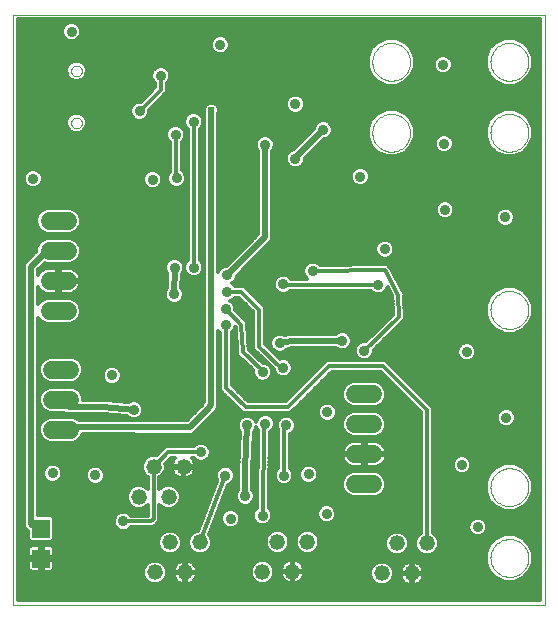
<source format=gbl>
G75*
%MOIN*%
%OFA0B0*%
%FSLAX24Y24*%
%IPPOS*%
%LPD*%
%AMOC8*
5,1,8,0,0,1.08239X$1,22.5*
%
%ADD10C,0.0000*%
%ADD11C,0.0520*%
%ADD12R,0.0600X0.0600*%
%ADD13C,0.0600*%
%ADD14C,0.0356*%
%ADD15C,0.0118*%
%ADD16C,0.0197*%
%ADD17C,0.0079*%
%ADD18C,0.0238*%
D10*
X000486Y001871D02*
X000486Y021556D01*
X018203Y021556D01*
X018203Y001871D01*
X000486Y001871D01*
X012455Y017619D02*
X012457Y017669D01*
X012463Y017719D01*
X012473Y017768D01*
X012487Y017816D01*
X012504Y017863D01*
X012525Y017908D01*
X012550Y017952D01*
X012578Y017993D01*
X012610Y018032D01*
X012644Y018069D01*
X012681Y018103D01*
X012721Y018133D01*
X012763Y018160D01*
X012807Y018184D01*
X012853Y018205D01*
X012900Y018221D01*
X012948Y018234D01*
X012998Y018243D01*
X013047Y018248D01*
X013098Y018249D01*
X013148Y018246D01*
X013197Y018239D01*
X013246Y018228D01*
X013294Y018213D01*
X013340Y018195D01*
X013385Y018173D01*
X013428Y018147D01*
X013469Y018118D01*
X013508Y018086D01*
X013544Y018051D01*
X013576Y018013D01*
X013606Y017973D01*
X013633Y017930D01*
X013656Y017886D01*
X013675Y017840D01*
X013691Y017792D01*
X013703Y017743D01*
X013711Y017694D01*
X013715Y017644D01*
X013715Y017594D01*
X013711Y017544D01*
X013703Y017495D01*
X013691Y017446D01*
X013675Y017398D01*
X013656Y017352D01*
X013633Y017308D01*
X013606Y017265D01*
X013576Y017225D01*
X013544Y017187D01*
X013508Y017152D01*
X013469Y017120D01*
X013428Y017091D01*
X013385Y017065D01*
X013340Y017043D01*
X013294Y017025D01*
X013246Y017010D01*
X013197Y016999D01*
X013148Y016992D01*
X013098Y016989D01*
X013047Y016990D01*
X012998Y016995D01*
X012948Y017004D01*
X012900Y017017D01*
X012853Y017033D01*
X012807Y017054D01*
X012763Y017078D01*
X012721Y017105D01*
X012681Y017135D01*
X012644Y017169D01*
X012610Y017206D01*
X012578Y017245D01*
X012550Y017286D01*
X012525Y017330D01*
X012504Y017375D01*
X012487Y017422D01*
X012473Y017470D01*
X012463Y017519D01*
X012457Y017569D01*
X012455Y017619D01*
X012455Y019982D02*
X012457Y020032D01*
X012463Y020082D01*
X012473Y020131D01*
X012487Y020179D01*
X012504Y020226D01*
X012525Y020271D01*
X012550Y020315D01*
X012578Y020356D01*
X012610Y020395D01*
X012644Y020432D01*
X012681Y020466D01*
X012721Y020496D01*
X012763Y020523D01*
X012807Y020547D01*
X012853Y020568D01*
X012900Y020584D01*
X012948Y020597D01*
X012998Y020606D01*
X013047Y020611D01*
X013098Y020612D01*
X013148Y020609D01*
X013197Y020602D01*
X013246Y020591D01*
X013294Y020576D01*
X013340Y020558D01*
X013385Y020536D01*
X013428Y020510D01*
X013469Y020481D01*
X013508Y020449D01*
X013544Y020414D01*
X013576Y020376D01*
X013606Y020336D01*
X013633Y020293D01*
X013656Y020249D01*
X013675Y020203D01*
X013691Y020155D01*
X013703Y020106D01*
X013711Y020057D01*
X013715Y020007D01*
X013715Y019957D01*
X013711Y019907D01*
X013703Y019858D01*
X013691Y019809D01*
X013675Y019761D01*
X013656Y019715D01*
X013633Y019671D01*
X013606Y019628D01*
X013576Y019588D01*
X013544Y019550D01*
X013508Y019515D01*
X013469Y019483D01*
X013428Y019454D01*
X013385Y019428D01*
X013340Y019406D01*
X013294Y019388D01*
X013246Y019373D01*
X013197Y019362D01*
X013148Y019355D01*
X013098Y019352D01*
X013047Y019353D01*
X012998Y019358D01*
X012948Y019367D01*
X012900Y019380D01*
X012853Y019396D01*
X012807Y019417D01*
X012763Y019441D01*
X012721Y019468D01*
X012681Y019498D01*
X012644Y019532D01*
X012610Y019569D01*
X012578Y019608D01*
X012550Y019649D01*
X012525Y019693D01*
X012504Y019738D01*
X012487Y019785D01*
X012473Y019833D01*
X012463Y019882D01*
X012457Y019932D01*
X012455Y019982D01*
X016392Y019982D02*
X016394Y020032D01*
X016400Y020082D01*
X016410Y020131D01*
X016424Y020179D01*
X016441Y020226D01*
X016462Y020271D01*
X016487Y020315D01*
X016515Y020356D01*
X016547Y020395D01*
X016581Y020432D01*
X016618Y020466D01*
X016658Y020496D01*
X016700Y020523D01*
X016744Y020547D01*
X016790Y020568D01*
X016837Y020584D01*
X016885Y020597D01*
X016935Y020606D01*
X016984Y020611D01*
X017035Y020612D01*
X017085Y020609D01*
X017134Y020602D01*
X017183Y020591D01*
X017231Y020576D01*
X017277Y020558D01*
X017322Y020536D01*
X017365Y020510D01*
X017406Y020481D01*
X017445Y020449D01*
X017481Y020414D01*
X017513Y020376D01*
X017543Y020336D01*
X017570Y020293D01*
X017593Y020249D01*
X017612Y020203D01*
X017628Y020155D01*
X017640Y020106D01*
X017648Y020057D01*
X017652Y020007D01*
X017652Y019957D01*
X017648Y019907D01*
X017640Y019858D01*
X017628Y019809D01*
X017612Y019761D01*
X017593Y019715D01*
X017570Y019671D01*
X017543Y019628D01*
X017513Y019588D01*
X017481Y019550D01*
X017445Y019515D01*
X017406Y019483D01*
X017365Y019454D01*
X017322Y019428D01*
X017277Y019406D01*
X017231Y019388D01*
X017183Y019373D01*
X017134Y019362D01*
X017085Y019355D01*
X017035Y019352D01*
X016984Y019353D01*
X016935Y019358D01*
X016885Y019367D01*
X016837Y019380D01*
X016790Y019396D01*
X016744Y019417D01*
X016700Y019441D01*
X016658Y019468D01*
X016618Y019498D01*
X016581Y019532D01*
X016547Y019569D01*
X016515Y019608D01*
X016487Y019649D01*
X016462Y019693D01*
X016441Y019738D01*
X016424Y019785D01*
X016410Y019833D01*
X016400Y019882D01*
X016394Y019932D01*
X016392Y019982D01*
X016392Y017619D02*
X016394Y017669D01*
X016400Y017719D01*
X016410Y017768D01*
X016424Y017816D01*
X016441Y017863D01*
X016462Y017908D01*
X016487Y017952D01*
X016515Y017993D01*
X016547Y018032D01*
X016581Y018069D01*
X016618Y018103D01*
X016658Y018133D01*
X016700Y018160D01*
X016744Y018184D01*
X016790Y018205D01*
X016837Y018221D01*
X016885Y018234D01*
X016935Y018243D01*
X016984Y018248D01*
X017035Y018249D01*
X017085Y018246D01*
X017134Y018239D01*
X017183Y018228D01*
X017231Y018213D01*
X017277Y018195D01*
X017322Y018173D01*
X017365Y018147D01*
X017406Y018118D01*
X017445Y018086D01*
X017481Y018051D01*
X017513Y018013D01*
X017543Y017973D01*
X017570Y017930D01*
X017593Y017886D01*
X017612Y017840D01*
X017628Y017792D01*
X017640Y017743D01*
X017648Y017694D01*
X017652Y017644D01*
X017652Y017594D01*
X017648Y017544D01*
X017640Y017495D01*
X017628Y017446D01*
X017612Y017398D01*
X017593Y017352D01*
X017570Y017308D01*
X017543Y017265D01*
X017513Y017225D01*
X017481Y017187D01*
X017445Y017152D01*
X017406Y017120D01*
X017365Y017091D01*
X017322Y017065D01*
X017277Y017043D01*
X017231Y017025D01*
X017183Y017010D01*
X017134Y016999D01*
X017085Y016992D01*
X017035Y016989D01*
X016984Y016990D01*
X016935Y016995D01*
X016885Y017004D01*
X016837Y017017D01*
X016790Y017033D01*
X016744Y017054D01*
X016700Y017078D01*
X016658Y017105D01*
X016618Y017135D01*
X016581Y017169D01*
X016547Y017206D01*
X016515Y017245D01*
X016487Y017286D01*
X016462Y017330D01*
X016441Y017375D01*
X016424Y017422D01*
X016410Y017470D01*
X016400Y017519D01*
X016394Y017569D01*
X016392Y017619D01*
X016392Y011714D02*
X016394Y011764D01*
X016400Y011814D01*
X016410Y011863D01*
X016424Y011911D01*
X016441Y011958D01*
X016462Y012003D01*
X016487Y012047D01*
X016515Y012088D01*
X016547Y012127D01*
X016581Y012164D01*
X016618Y012198D01*
X016658Y012228D01*
X016700Y012255D01*
X016744Y012279D01*
X016790Y012300D01*
X016837Y012316D01*
X016885Y012329D01*
X016935Y012338D01*
X016984Y012343D01*
X017035Y012344D01*
X017085Y012341D01*
X017134Y012334D01*
X017183Y012323D01*
X017231Y012308D01*
X017277Y012290D01*
X017322Y012268D01*
X017365Y012242D01*
X017406Y012213D01*
X017445Y012181D01*
X017481Y012146D01*
X017513Y012108D01*
X017543Y012068D01*
X017570Y012025D01*
X017593Y011981D01*
X017612Y011935D01*
X017628Y011887D01*
X017640Y011838D01*
X017648Y011789D01*
X017652Y011739D01*
X017652Y011689D01*
X017648Y011639D01*
X017640Y011590D01*
X017628Y011541D01*
X017612Y011493D01*
X017593Y011447D01*
X017570Y011403D01*
X017543Y011360D01*
X017513Y011320D01*
X017481Y011282D01*
X017445Y011247D01*
X017406Y011215D01*
X017365Y011186D01*
X017322Y011160D01*
X017277Y011138D01*
X017231Y011120D01*
X017183Y011105D01*
X017134Y011094D01*
X017085Y011087D01*
X017035Y011084D01*
X016984Y011085D01*
X016935Y011090D01*
X016885Y011099D01*
X016837Y011112D01*
X016790Y011128D01*
X016744Y011149D01*
X016700Y011173D01*
X016658Y011200D01*
X016618Y011230D01*
X016581Y011264D01*
X016547Y011301D01*
X016515Y011340D01*
X016487Y011381D01*
X016462Y011425D01*
X016441Y011470D01*
X016424Y011517D01*
X016410Y011565D01*
X016400Y011614D01*
X016394Y011664D01*
X016392Y011714D01*
X016392Y005808D02*
X016394Y005858D01*
X016400Y005908D01*
X016410Y005957D01*
X016424Y006005D01*
X016441Y006052D01*
X016462Y006097D01*
X016487Y006141D01*
X016515Y006182D01*
X016547Y006221D01*
X016581Y006258D01*
X016618Y006292D01*
X016658Y006322D01*
X016700Y006349D01*
X016744Y006373D01*
X016790Y006394D01*
X016837Y006410D01*
X016885Y006423D01*
X016935Y006432D01*
X016984Y006437D01*
X017035Y006438D01*
X017085Y006435D01*
X017134Y006428D01*
X017183Y006417D01*
X017231Y006402D01*
X017277Y006384D01*
X017322Y006362D01*
X017365Y006336D01*
X017406Y006307D01*
X017445Y006275D01*
X017481Y006240D01*
X017513Y006202D01*
X017543Y006162D01*
X017570Y006119D01*
X017593Y006075D01*
X017612Y006029D01*
X017628Y005981D01*
X017640Y005932D01*
X017648Y005883D01*
X017652Y005833D01*
X017652Y005783D01*
X017648Y005733D01*
X017640Y005684D01*
X017628Y005635D01*
X017612Y005587D01*
X017593Y005541D01*
X017570Y005497D01*
X017543Y005454D01*
X017513Y005414D01*
X017481Y005376D01*
X017445Y005341D01*
X017406Y005309D01*
X017365Y005280D01*
X017322Y005254D01*
X017277Y005232D01*
X017231Y005214D01*
X017183Y005199D01*
X017134Y005188D01*
X017085Y005181D01*
X017035Y005178D01*
X016984Y005179D01*
X016935Y005184D01*
X016885Y005193D01*
X016837Y005206D01*
X016790Y005222D01*
X016744Y005243D01*
X016700Y005267D01*
X016658Y005294D01*
X016618Y005324D01*
X016581Y005358D01*
X016547Y005395D01*
X016515Y005434D01*
X016487Y005475D01*
X016462Y005519D01*
X016441Y005564D01*
X016424Y005611D01*
X016410Y005659D01*
X016400Y005708D01*
X016394Y005758D01*
X016392Y005808D01*
X016392Y003446D02*
X016394Y003496D01*
X016400Y003546D01*
X016410Y003595D01*
X016424Y003643D01*
X016441Y003690D01*
X016462Y003735D01*
X016487Y003779D01*
X016515Y003820D01*
X016547Y003859D01*
X016581Y003896D01*
X016618Y003930D01*
X016658Y003960D01*
X016700Y003987D01*
X016744Y004011D01*
X016790Y004032D01*
X016837Y004048D01*
X016885Y004061D01*
X016935Y004070D01*
X016984Y004075D01*
X017035Y004076D01*
X017085Y004073D01*
X017134Y004066D01*
X017183Y004055D01*
X017231Y004040D01*
X017277Y004022D01*
X017322Y004000D01*
X017365Y003974D01*
X017406Y003945D01*
X017445Y003913D01*
X017481Y003878D01*
X017513Y003840D01*
X017543Y003800D01*
X017570Y003757D01*
X017593Y003713D01*
X017612Y003667D01*
X017628Y003619D01*
X017640Y003570D01*
X017648Y003521D01*
X017652Y003471D01*
X017652Y003421D01*
X017648Y003371D01*
X017640Y003322D01*
X017628Y003273D01*
X017612Y003225D01*
X017593Y003179D01*
X017570Y003135D01*
X017543Y003092D01*
X017513Y003052D01*
X017481Y003014D01*
X017445Y002979D01*
X017406Y002947D01*
X017365Y002918D01*
X017322Y002892D01*
X017277Y002870D01*
X017231Y002852D01*
X017183Y002837D01*
X017134Y002826D01*
X017085Y002819D01*
X017035Y002816D01*
X016984Y002817D01*
X016935Y002822D01*
X016885Y002831D01*
X016837Y002844D01*
X016790Y002860D01*
X016744Y002881D01*
X016700Y002905D01*
X016658Y002932D01*
X016618Y002962D01*
X016581Y002996D01*
X016547Y003033D01*
X016515Y003072D01*
X016487Y003113D01*
X016462Y003157D01*
X016441Y003202D01*
X016424Y003249D01*
X016410Y003297D01*
X016400Y003346D01*
X016394Y003396D01*
X016392Y003446D01*
X002416Y017946D02*
X002418Y017972D01*
X002424Y017998D01*
X002434Y018023D01*
X002447Y018046D01*
X002463Y018066D01*
X002483Y018084D01*
X002505Y018099D01*
X002528Y018111D01*
X002554Y018119D01*
X002580Y018123D01*
X002606Y018123D01*
X002632Y018119D01*
X002658Y018111D01*
X002682Y018099D01*
X002703Y018084D01*
X002723Y018066D01*
X002739Y018046D01*
X002752Y018023D01*
X002762Y017998D01*
X002768Y017972D01*
X002770Y017946D01*
X002768Y017920D01*
X002762Y017894D01*
X002752Y017869D01*
X002739Y017846D01*
X002723Y017826D01*
X002703Y017808D01*
X002681Y017793D01*
X002658Y017781D01*
X002632Y017773D01*
X002606Y017769D01*
X002580Y017769D01*
X002554Y017773D01*
X002528Y017781D01*
X002504Y017793D01*
X002483Y017808D01*
X002463Y017826D01*
X002447Y017846D01*
X002434Y017869D01*
X002424Y017894D01*
X002418Y017920D01*
X002416Y017946D01*
X002416Y019678D02*
X002418Y019704D01*
X002424Y019730D01*
X002434Y019755D01*
X002447Y019778D01*
X002463Y019798D01*
X002483Y019816D01*
X002505Y019831D01*
X002528Y019843D01*
X002554Y019851D01*
X002580Y019855D01*
X002606Y019855D01*
X002632Y019851D01*
X002658Y019843D01*
X002682Y019831D01*
X002703Y019816D01*
X002723Y019798D01*
X002739Y019778D01*
X002752Y019755D01*
X002762Y019730D01*
X002768Y019704D01*
X002770Y019678D01*
X002768Y019652D01*
X002762Y019626D01*
X002752Y019601D01*
X002739Y019578D01*
X002723Y019558D01*
X002703Y019540D01*
X002681Y019525D01*
X002658Y019513D01*
X002632Y019505D01*
X002606Y019501D01*
X002580Y019501D01*
X002554Y019505D01*
X002528Y019513D01*
X002504Y019525D01*
X002483Y019540D01*
X002463Y019558D01*
X002447Y019578D01*
X002434Y019601D01*
X002424Y019626D01*
X002418Y019652D01*
X002416Y019678D01*
D11*
X005166Y006482D03*
X005666Y005482D03*
X006166Y006482D03*
X004666Y005482D03*
X005713Y003962D03*
X006713Y003962D03*
X006213Y002962D03*
X005213Y002962D03*
X008792Y002989D03*
X009292Y003989D03*
X009792Y002989D03*
X010292Y003989D03*
X012776Y002930D03*
X013276Y003930D03*
X014276Y003930D03*
X013776Y002930D03*
D12*
X001420Y003426D03*
X001420Y004426D03*
D13*
X001785Y007722D02*
X002385Y007722D01*
X002385Y008722D02*
X001785Y008722D01*
X001785Y009722D02*
X002385Y009722D01*
X002294Y011678D02*
X001694Y011678D01*
X001694Y012678D02*
X002294Y012678D01*
X002294Y013678D02*
X001694Y013678D01*
X001694Y014678D02*
X002294Y014678D01*
X011887Y008907D02*
X012487Y008907D01*
X012487Y007907D02*
X011887Y007907D01*
X011887Y006907D02*
X012487Y006907D01*
X012487Y005907D02*
X011887Y005907D01*
D14*
X010927Y004915D03*
X010333Y006234D03*
X009510Y006194D03*
X008794Y004856D03*
X008223Y005509D03*
X007551Y006194D03*
X006746Y006966D03*
X008278Y007863D03*
X008884Y007919D03*
X009589Y007863D03*
X010959Y008304D03*
X009483Y009781D03*
X008797Y009643D03*
X009372Y010600D03*
X009483Y012572D03*
X010467Y013009D03*
X012652Y012545D03*
X012872Y013737D03*
X014876Y015056D03*
X016884Y014804D03*
X014845Y017253D03*
X014813Y019887D03*
X012057Y016155D03*
X010821Y017714D03*
X009892Y018568D03*
X008880Y017222D03*
X009892Y016757D03*
X006502Y017989D03*
X005900Y017552D03*
X004695Y018344D03*
X005408Y019521D03*
X007384Y020549D03*
X005927Y016100D03*
X005128Y016060D03*
X002892Y016403D03*
X002754Y015253D03*
X001144Y016092D03*
X002431Y020986D03*
X005864Y013119D03*
X006502Y013119D03*
X005853Y012237D03*
X007620Y012324D03*
X007620Y012871D03*
X007569Y011749D03*
X007569Y011202D03*
X004506Y008383D03*
X003778Y009529D03*
X003215Y006202D03*
X004152Y004663D03*
X001801Y006265D03*
X007731Y004757D03*
X012187Y010356D03*
X011451Y010682D03*
X015597Y010316D03*
X016916Y008119D03*
X015443Y006549D03*
X015975Y004478D03*
D15*
X016291Y004437D02*
X018044Y004437D01*
X018044Y004553D02*
X016285Y004553D01*
X016291Y004540D02*
X016242Y004657D01*
X016154Y004745D01*
X016037Y004794D01*
X015912Y004794D01*
X015796Y004745D01*
X015707Y004657D01*
X015659Y004540D01*
X015659Y004415D01*
X015707Y004299D01*
X015796Y004210D01*
X015912Y004162D01*
X016037Y004162D01*
X016154Y004210D01*
X016242Y004299D01*
X016291Y004415D01*
X016291Y004540D01*
X016229Y004670D02*
X018044Y004670D01*
X018044Y004787D02*
X016054Y004787D01*
X015895Y004787D02*
X014473Y004787D01*
X014473Y004903D02*
X018044Y004903D01*
X018044Y005020D02*
X017180Y005020D01*
X017179Y005019D02*
X017469Y005140D01*
X017691Y005361D01*
X017811Y005651D01*
X017811Y005965D01*
X017691Y006255D01*
X017469Y006477D01*
X017179Y006597D01*
X016865Y006597D01*
X016575Y006477D01*
X016353Y006255D01*
X016233Y005965D01*
X016233Y005651D01*
X016353Y005361D01*
X016575Y005140D01*
X016865Y005019D01*
X017179Y005019D01*
X017461Y005136D02*
X018044Y005136D01*
X018044Y005253D02*
X017582Y005253D01*
X017694Y005370D02*
X018044Y005370D01*
X018044Y005486D02*
X017742Y005486D01*
X017791Y005603D02*
X018044Y005603D01*
X018044Y005720D02*
X017811Y005720D01*
X017811Y005836D02*
X018044Y005836D01*
X018044Y005953D02*
X017811Y005953D01*
X017768Y006069D02*
X018044Y006069D01*
X018044Y006186D02*
X017719Y006186D01*
X017643Y006303D02*
X018044Y006303D01*
X018044Y006419D02*
X017527Y006419D01*
X017327Y006536D02*
X018044Y006536D01*
X018044Y006652D02*
X015742Y006652D01*
X015759Y006611D02*
X015711Y006727D01*
X015622Y006816D01*
X015506Y006864D01*
X015380Y006864D01*
X015264Y006816D01*
X015175Y006727D01*
X015127Y006611D01*
X015127Y006486D01*
X015175Y006370D01*
X015264Y006281D01*
X015380Y006233D01*
X015506Y006233D01*
X015622Y006281D01*
X015711Y006370D01*
X015759Y006486D01*
X015759Y006611D01*
X015759Y006536D02*
X016716Y006536D01*
X016517Y006419D02*
X015732Y006419D01*
X015644Y006303D02*
X016400Y006303D01*
X016324Y006186D02*
X014473Y006186D01*
X014473Y006303D02*
X015242Y006303D01*
X015155Y006419D02*
X014473Y006419D01*
X014473Y006536D02*
X015127Y006536D01*
X015144Y006652D02*
X014473Y006652D01*
X014473Y006769D02*
X015217Y006769D01*
X015669Y006769D02*
X018044Y006769D01*
X018044Y006886D02*
X014473Y006886D01*
X014473Y007002D02*
X018044Y007002D01*
X018044Y007119D02*
X014473Y007119D01*
X014473Y007235D02*
X018044Y007235D01*
X018044Y007352D02*
X014473Y007352D01*
X014473Y007469D02*
X018044Y007469D01*
X018044Y007585D02*
X014473Y007585D01*
X014473Y007702D02*
X018044Y007702D01*
X018044Y007818D02*
X017015Y007818D01*
X016978Y007803D02*
X017095Y007852D01*
X017183Y007940D01*
X017231Y008057D01*
X017231Y008182D01*
X017183Y008298D01*
X017095Y008387D01*
X016978Y008435D01*
X016853Y008435D01*
X016737Y008387D01*
X016648Y008298D01*
X016600Y008182D01*
X016600Y008057D01*
X016648Y007940D01*
X016737Y007852D01*
X016853Y007803D01*
X016978Y007803D01*
X016817Y007818D02*
X014473Y007818D01*
X014473Y007935D02*
X016653Y007935D01*
X016602Y008052D02*
X014473Y008052D01*
X014473Y008168D02*
X016600Y008168D01*
X016642Y008285D02*
X014473Y008285D01*
X014473Y008402D02*
X016771Y008402D01*
X017060Y008402D02*
X018044Y008402D01*
X018044Y008518D02*
X014413Y008518D01*
X014473Y008459D02*
X013014Y009917D01*
X012899Y010033D01*
X010932Y010033D01*
X009562Y008663D01*
X008308Y008663D01*
X007766Y009205D01*
X007766Y010952D01*
X007837Y011023D01*
X007885Y011139D01*
X007885Y011148D01*
X007893Y011140D01*
X007943Y010290D01*
X007947Y010210D01*
X007948Y010209D01*
X007948Y010207D01*
X008008Y010154D01*
X008486Y009717D01*
X008482Y009706D01*
X008482Y009580D01*
X008530Y009464D01*
X008619Y009375D01*
X008735Y009327D01*
X008860Y009327D01*
X008976Y009375D01*
X009065Y009464D01*
X009113Y009580D01*
X009113Y009706D01*
X009065Y009822D01*
X008976Y009911D01*
X008860Y009959D01*
X008806Y009959D01*
X008332Y010392D01*
X008282Y011231D01*
X008282Y011306D01*
X008277Y011311D01*
X008277Y011319D01*
X008220Y011369D01*
X007885Y011709D01*
X007885Y011812D01*
X007837Y011928D01*
X007748Y012017D01*
X007726Y012026D01*
X007799Y012056D01*
X007870Y012127D01*
X008007Y012127D01*
X008490Y011644D01*
X008490Y010408D01*
X008606Y010293D01*
X009167Y009732D01*
X009167Y009718D01*
X009215Y009602D01*
X009304Y009513D01*
X009420Y009465D01*
X009545Y009465D01*
X009661Y009513D01*
X009750Y009602D01*
X009798Y009718D01*
X009798Y009844D01*
X009750Y009960D01*
X009661Y010049D01*
X009545Y010097D01*
X009420Y010097D01*
X009376Y010079D01*
X008884Y010571D01*
X008884Y011807D01*
X008286Y012406D01*
X008170Y012521D01*
X007870Y012521D01*
X007799Y012592D01*
X007785Y012598D01*
X007799Y012604D01*
X007888Y012692D01*
X007936Y012809D01*
X007936Y012853D01*
X009116Y014033D01*
X009116Y017011D01*
X009148Y017043D01*
X009196Y017159D01*
X009196Y017285D01*
X009148Y017401D01*
X009059Y017490D01*
X008943Y017538D01*
X008817Y017538D01*
X008701Y017490D01*
X008612Y017401D01*
X008564Y017285D01*
X008564Y017159D01*
X008612Y017043D01*
X008644Y017011D01*
X008644Y014229D01*
X007602Y013187D01*
X007557Y013187D01*
X007441Y013139D01*
X007353Y013050D01*
X007323Y012978D01*
X007323Y018270D01*
X007343Y018320D01*
X007343Y018422D01*
X007304Y018517D01*
X007232Y018589D01*
X007138Y018628D01*
X007035Y018628D01*
X006941Y018589D01*
X006869Y018517D01*
X006830Y018422D01*
X006830Y018320D01*
X006850Y018270D01*
X006850Y008640D01*
X006790Y008579D01*
X006790Y008532D01*
X006291Y008033D01*
X002678Y008048D01*
X002633Y008093D01*
X002472Y008160D01*
X001698Y008160D01*
X001537Y008093D01*
X001414Y007970D01*
X001347Y007809D01*
X001347Y007635D01*
X001414Y007474D01*
X001537Y007351D01*
X001698Y007284D01*
X002472Y007284D01*
X002633Y007351D01*
X002756Y007474D01*
X002798Y007575D01*
X006290Y007561D01*
X006290Y007560D01*
X006387Y007560D01*
X006485Y007560D01*
X006485Y007560D01*
X006486Y007560D01*
X006555Y007629D01*
X006624Y007698D01*
X006624Y007698D01*
X007124Y008198D01*
X007262Y008337D01*
X007262Y008384D01*
X007323Y008444D01*
X007323Y011002D01*
X007372Y010952D01*
X007372Y009042D01*
X007488Y008926D01*
X008145Y008269D01*
X009725Y008269D01*
X009841Y008384D01*
X011096Y009639D01*
X012736Y009639D01*
X014079Y008296D01*
X014079Y004279D01*
X014050Y004268D01*
X013939Y004156D01*
X013878Y004010D01*
X013878Y003851D01*
X013939Y003705D01*
X014050Y003593D01*
X014197Y003533D01*
X014355Y003533D01*
X014501Y003593D01*
X014613Y003705D01*
X014674Y003851D01*
X014674Y004010D01*
X014613Y004156D01*
X014501Y004268D01*
X014473Y004279D01*
X014473Y008459D01*
X014276Y008377D02*
X012817Y009836D01*
X011014Y009836D01*
X009644Y008466D01*
X008227Y008466D01*
X007569Y009123D01*
X007569Y011202D01*
X007862Y011084D02*
X007896Y011084D01*
X007903Y010967D02*
X007781Y010967D01*
X007766Y010850D02*
X007910Y010850D01*
X007917Y010734D02*
X007766Y010734D01*
X007766Y010617D02*
X007924Y010617D01*
X007931Y010501D02*
X007766Y010501D01*
X007766Y010384D02*
X007938Y010384D01*
X007944Y010267D02*
X007766Y010267D01*
X007766Y010151D02*
X008012Y010151D01*
X008140Y010034D02*
X007766Y010034D01*
X007766Y009917D02*
X008267Y009917D01*
X008395Y009801D02*
X007766Y009801D01*
X007766Y009684D02*
X008482Y009684D01*
X008487Y009568D02*
X007766Y009568D01*
X007766Y009451D02*
X008543Y009451D01*
X008717Y009334D02*
X007766Y009334D01*
X007766Y009218D02*
X010118Y009218D01*
X010234Y009334D02*
X008878Y009334D01*
X009052Y009451D02*
X010351Y009451D01*
X010467Y009568D02*
X009716Y009568D01*
X009784Y009684D02*
X010584Y009684D01*
X010701Y009801D02*
X009798Y009801D01*
X009768Y009917D02*
X010817Y009917D01*
X011024Y009568D02*
X012807Y009568D01*
X012924Y009451D02*
X010908Y009451D01*
X010791Y009334D02*
X011776Y009334D01*
X011800Y009345D02*
X011639Y009278D01*
X011516Y009155D01*
X011449Y008994D01*
X011449Y008820D01*
X011516Y008659D01*
X011639Y008536D01*
X011800Y008469D01*
X012574Y008469D01*
X012735Y008536D01*
X012858Y008659D01*
X012925Y008820D01*
X012925Y008994D01*
X012858Y009155D01*
X012735Y009278D01*
X012574Y009345D01*
X011800Y009345D01*
X011579Y009218D02*
X010674Y009218D01*
X010558Y009101D02*
X011494Y009101D01*
X011449Y008985D02*
X010441Y008985D01*
X010324Y008868D02*
X011449Y008868D01*
X011478Y008751D02*
X010208Y008751D01*
X010091Y008635D02*
X011540Y008635D01*
X011681Y008518D02*
X011192Y008518D01*
X011227Y008483D02*
X011138Y008572D01*
X011022Y008620D01*
X010896Y008620D01*
X010780Y008572D01*
X010691Y008483D01*
X010643Y008367D01*
X010643Y008242D01*
X010691Y008125D01*
X010780Y008037D01*
X010896Y007989D01*
X011022Y007989D01*
X011138Y008037D01*
X011227Y008125D01*
X011275Y008242D01*
X011275Y008367D01*
X011227Y008483D01*
X011261Y008402D02*
X013973Y008402D01*
X014079Y008285D02*
X012718Y008285D01*
X012735Y008278D02*
X012574Y008345D01*
X011800Y008345D01*
X011639Y008278D01*
X011516Y008155D01*
X011449Y007994D01*
X011449Y007820D01*
X011516Y007659D01*
X011639Y007536D01*
X011800Y007469D01*
X012574Y007469D01*
X012735Y007536D01*
X012858Y007659D01*
X012925Y007820D01*
X012925Y007994D01*
X012858Y008155D01*
X012735Y008278D01*
X012845Y008168D02*
X014079Y008168D01*
X014079Y008052D02*
X012901Y008052D01*
X012925Y007935D02*
X014079Y007935D01*
X014079Y007818D02*
X012925Y007818D01*
X012876Y007702D02*
X014079Y007702D01*
X014079Y007585D02*
X012785Y007585D01*
X012655Y007313D02*
X012590Y007334D01*
X012522Y007345D01*
X012228Y007345D01*
X012228Y006948D01*
X012146Y006948D01*
X012146Y007345D01*
X011853Y007345D01*
X011785Y007334D01*
X011719Y007313D01*
X011658Y007281D01*
X011602Y007241D01*
X011553Y007192D01*
X011513Y007136D01*
X011482Y007075D01*
X011460Y007009D01*
X011450Y006948D01*
X012146Y006948D01*
X012146Y006866D01*
X011450Y006866D01*
X011460Y006804D01*
X011482Y006739D01*
X011513Y006677D01*
X011553Y006622D01*
X011602Y006573D01*
X011658Y006532D01*
X011719Y006501D01*
X011785Y006480D01*
X011853Y006469D01*
X012146Y006469D01*
X012146Y006866D01*
X012228Y006866D01*
X012228Y006469D01*
X012522Y006469D01*
X012590Y006480D01*
X012655Y006501D01*
X012717Y006532D01*
X012772Y006573D01*
X012821Y006622D01*
X012862Y006677D01*
X012893Y006739D01*
X012914Y006804D01*
X012924Y006866D01*
X012228Y006866D01*
X012228Y006948D01*
X012924Y006948D01*
X012914Y007009D01*
X012893Y007075D01*
X012862Y007136D01*
X012821Y007192D01*
X012772Y007241D01*
X012717Y007281D01*
X012655Y007313D01*
X012778Y007235D02*
X014079Y007235D01*
X014079Y007119D02*
X012871Y007119D01*
X012915Y007002D02*
X014079Y007002D01*
X014079Y006886D02*
X012228Y006886D01*
X012146Y006886D02*
X009707Y006886D01*
X009707Y007002D02*
X011459Y007002D01*
X011504Y007119D02*
X009707Y007119D01*
X009707Y007235D02*
X011597Y007235D01*
X011590Y007585D02*
X009743Y007585D01*
X009768Y007596D02*
X009857Y007685D01*
X009905Y007801D01*
X009905Y007926D01*
X009857Y008042D01*
X009768Y008131D01*
X009652Y008179D01*
X009526Y008179D01*
X009410Y008131D01*
X009321Y008042D01*
X009273Y007926D01*
X009273Y007801D01*
X009313Y007703D01*
X009313Y006444D01*
X009242Y006373D01*
X009194Y006257D01*
X009194Y006131D01*
X009242Y006015D01*
X009331Y005926D01*
X009447Y005878D01*
X009573Y005878D01*
X009689Y005926D01*
X009778Y006015D01*
X009826Y006131D01*
X009826Y006257D01*
X009778Y006373D01*
X009707Y006444D01*
X009707Y007570D01*
X009768Y007596D01*
X009707Y007469D02*
X014079Y007469D01*
X014079Y007352D02*
X009707Y007352D01*
X009864Y007702D02*
X011498Y007702D01*
X011450Y007818D02*
X009905Y007818D01*
X009901Y007935D02*
X011449Y007935D01*
X011473Y008052D02*
X011153Y008052D01*
X011244Y008168D02*
X011530Y008168D01*
X011656Y008285D02*
X011275Y008285D01*
X010765Y008052D02*
X009847Y008052D01*
X009678Y008168D02*
X010673Y008168D01*
X010643Y008285D02*
X009741Y008285D01*
X009858Y008402D02*
X010657Y008402D01*
X010726Y008518D02*
X009975Y008518D01*
X009768Y008868D02*
X008103Y008868D01*
X008219Y008751D02*
X009651Y008751D01*
X009884Y008985D02*
X007986Y008985D01*
X007870Y009101D02*
X010001Y009101D01*
X009483Y009781D02*
X009396Y009781D01*
X008687Y010489D01*
X008687Y011726D01*
X008089Y012324D01*
X007620Y012324D01*
X007790Y012600D02*
X009167Y012600D01*
X009167Y012635D02*
X009167Y012509D01*
X009215Y012393D01*
X009304Y012304D01*
X009420Y012256D01*
X009545Y012256D01*
X009661Y012304D01*
X009705Y012348D01*
X012402Y012348D01*
X012473Y012277D01*
X012589Y012229D01*
X012715Y012229D01*
X012831Y012277D01*
X012920Y012366D01*
X013013Y012366D01*
X012920Y012366D02*
X012960Y012462D01*
X013125Y012165D01*
X013135Y011555D01*
X012229Y010672D01*
X012124Y010672D01*
X012008Y010623D01*
X011919Y010535D01*
X011871Y010418D01*
X011871Y010293D01*
X011919Y010177D01*
X012008Y010088D01*
X012124Y010040D01*
X012250Y010040D01*
X012366Y010088D01*
X012455Y010177D01*
X012503Y010293D01*
X012503Y010389D01*
X013414Y011278D01*
X013418Y011278D01*
X013472Y011335D01*
X013529Y011390D01*
X013529Y011393D01*
X013531Y011395D01*
X013530Y011474D01*
X013531Y011553D01*
X013528Y011555D01*
X013518Y012192D01*
X013533Y012242D01*
X013517Y012270D01*
X013517Y012302D01*
X013479Y012339D01*
X013061Y013089D01*
X013060Y013121D01*
X013022Y013158D01*
X012997Y013204D01*
X012966Y013212D01*
X012944Y013234D01*
X012891Y013234D01*
X012840Y013248D01*
X012812Y013233D01*
X010714Y013209D01*
X010646Y013277D01*
X010530Y013325D01*
X010404Y013325D01*
X010288Y013277D01*
X010199Y013188D01*
X010151Y013072D01*
X010151Y012946D01*
X010199Y012830D01*
X010288Y012741D01*
X009754Y012741D01*
X009750Y012751D01*
X009661Y012840D01*
X009545Y012888D01*
X009420Y012888D01*
X009304Y012840D01*
X009215Y012751D01*
X009167Y012635D01*
X009200Y012716D02*
X007898Y012716D01*
X007936Y012833D02*
X009296Y012833D01*
X009483Y012572D02*
X009510Y012545D01*
X012652Y012545D01*
X012765Y012250D02*
X013078Y012250D01*
X013126Y012133D02*
X008558Y012133D01*
X008442Y012250D02*
X012538Y012250D01*
X013127Y012016D02*
X008675Y012016D01*
X008791Y011900D02*
X013129Y011900D01*
X013131Y011783D02*
X008884Y011783D01*
X008884Y011667D02*
X013133Y011667D01*
X013129Y011550D02*
X008884Y011550D01*
X008884Y011433D02*
X013010Y011433D01*
X012890Y011317D02*
X008884Y011317D01*
X008884Y011200D02*
X012771Y011200D01*
X012651Y011084D02*
X008884Y011084D01*
X008884Y010967D02*
X011313Y010967D01*
X011272Y010950D02*
X011240Y010919D01*
X009853Y010919D01*
X009831Y010933D01*
X009758Y010919D01*
X009684Y010919D01*
X009665Y010900D01*
X009536Y010874D01*
X009435Y010916D01*
X009309Y010916D01*
X009193Y010868D01*
X009104Y010779D01*
X009056Y010663D01*
X009056Y010537D01*
X009104Y010421D01*
X009193Y010332D01*
X009309Y010284D01*
X009435Y010284D01*
X009551Y010332D01*
X009630Y010411D01*
X009805Y010446D01*
X011240Y010446D01*
X011272Y010415D01*
X011388Y010366D01*
X011514Y010366D01*
X011630Y010415D01*
X011719Y010503D01*
X011767Y010620D01*
X011767Y010745D01*
X011719Y010861D01*
X011630Y010950D01*
X011514Y010998D01*
X011388Y010998D01*
X011272Y010950D01*
X011589Y010967D02*
X012532Y010967D01*
X012412Y010850D02*
X011723Y010850D01*
X011767Y010734D02*
X012293Y010734D01*
X012002Y010617D02*
X011766Y010617D01*
X011716Y010501D02*
X011905Y010501D01*
X011871Y010384D02*
X011556Y010384D01*
X011346Y010384D02*
X009603Y010384D01*
X009676Y010034D02*
X015452Y010034D01*
X015418Y010048D02*
X015534Y010000D01*
X015660Y010000D01*
X015776Y010048D01*
X015865Y010137D01*
X015913Y010253D01*
X015913Y010379D01*
X015865Y010495D01*
X015776Y010584D01*
X015660Y010632D01*
X015534Y010632D01*
X015418Y010584D01*
X015329Y010495D01*
X015281Y010379D01*
X015281Y010253D01*
X015329Y010137D01*
X015418Y010048D01*
X015323Y010151D02*
X012429Y010151D01*
X012493Y010267D02*
X015281Y010267D01*
X015283Y010384D02*
X012503Y010384D01*
X012618Y010501D02*
X015334Y010501D01*
X015498Y010617D02*
X012737Y010617D01*
X012857Y010734D02*
X018044Y010734D01*
X018044Y010850D02*
X012976Y010850D01*
X013096Y010967D02*
X016763Y010967D01*
X016865Y010925D02*
X017179Y010925D01*
X017469Y011045D01*
X017691Y011267D01*
X017811Y011557D01*
X017811Y011871D01*
X017691Y012161D01*
X017469Y012383D01*
X017179Y012503D01*
X016865Y012503D01*
X016575Y012383D01*
X016353Y012161D01*
X016233Y011871D01*
X016233Y011557D01*
X016353Y011267D01*
X016575Y011045D01*
X016865Y010925D01*
X016536Y011084D02*
X013215Y011084D01*
X013334Y011200D02*
X016420Y011200D01*
X016332Y011317D02*
X013455Y011317D01*
X013530Y011433D02*
X016284Y011433D01*
X016236Y011550D02*
X013531Y011550D01*
X013527Y011667D02*
X016233Y011667D01*
X016233Y011783D02*
X013525Y011783D01*
X013523Y011900D02*
X016245Y011900D01*
X016293Y012016D02*
X013521Y012016D01*
X013519Y012133D02*
X016342Y012133D01*
X016442Y012250D02*
X013529Y012250D01*
X013464Y012366D02*
X016559Y012366D01*
X016817Y012483D02*
X013399Y012483D01*
X013334Y012600D02*
X018044Y012600D01*
X018044Y012716D02*
X013269Y012716D01*
X013204Y012833D02*
X018044Y012833D01*
X018044Y012949D02*
X013139Y012949D01*
X013073Y013066D02*
X018044Y013066D01*
X018044Y013183D02*
X013008Y013183D01*
X012864Y013037D02*
X013321Y012218D01*
X013333Y011474D01*
X012187Y010356D01*
X011945Y010151D02*
X009304Y010151D01*
X009188Y010267D02*
X011882Y010267D01*
X012599Y009334D02*
X013040Y009334D01*
X013157Y009218D02*
X012795Y009218D01*
X012881Y009101D02*
X013273Y009101D01*
X013390Y008985D02*
X012925Y008985D01*
X012925Y008868D02*
X013507Y008868D01*
X013623Y008751D02*
X012897Y008751D01*
X012834Y008635D02*
X013740Y008635D01*
X013857Y008518D02*
X012693Y008518D01*
X013480Y009451D02*
X018044Y009451D01*
X018044Y009334D02*
X013597Y009334D01*
X013714Y009218D02*
X018044Y009218D01*
X018044Y009101D02*
X013830Y009101D01*
X013947Y008985D02*
X018044Y008985D01*
X018044Y008868D02*
X014063Y008868D01*
X014180Y008751D02*
X018044Y008751D01*
X018044Y008635D02*
X014297Y008635D01*
X014276Y008377D02*
X014276Y003930D01*
X013986Y004204D02*
X013565Y004204D01*
X013613Y004156D02*
X013501Y004268D01*
X013355Y004328D01*
X013197Y004328D01*
X013050Y004268D01*
X012939Y004156D01*
X012878Y004010D01*
X012878Y003851D01*
X012939Y003705D01*
X013050Y003593D01*
X013197Y003533D01*
X013355Y003533D01*
X013501Y003593D01*
X013613Y003705D01*
X013674Y003851D01*
X013674Y004010D01*
X013613Y004156D01*
X013642Y004087D02*
X013910Y004087D01*
X013878Y003970D02*
X013674Y003970D01*
X013674Y003854D02*
X013878Y003854D01*
X013925Y003737D02*
X013626Y003737D01*
X013528Y003621D02*
X014023Y003621D01*
X013892Y003313D02*
X013815Y003328D01*
X013797Y003328D01*
X013797Y002951D01*
X014174Y002951D01*
X014174Y002970D01*
X014158Y003046D01*
X014128Y003119D01*
X014085Y003184D01*
X014029Y003239D01*
X013964Y003283D01*
X013892Y003313D01*
X013983Y003271D02*
X016241Y003271D01*
X016233Y003289D02*
X016353Y002999D01*
X016575Y002777D01*
X016865Y002657D01*
X017179Y002657D01*
X017469Y002777D01*
X017691Y002999D01*
X017811Y003289D01*
X017811Y003603D01*
X017691Y003893D01*
X017469Y004115D01*
X017179Y004235D01*
X016865Y004235D01*
X016575Y004115D01*
X016353Y003893D01*
X016233Y003603D01*
X016233Y003289D01*
X016233Y003387D02*
X001460Y003387D01*
X001460Y003386D02*
X001460Y003467D01*
X001379Y003467D01*
X001379Y003864D01*
X001101Y003864D01*
X001066Y003855D01*
X001035Y003837D01*
X001009Y003811D01*
X000991Y003780D01*
X000982Y003745D01*
X000982Y003467D01*
X001379Y003467D01*
X001379Y003386D01*
X000982Y003386D01*
X000982Y003108D01*
X000991Y003073D01*
X001009Y003042D01*
X001035Y003016D01*
X001066Y002998D01*
X001101Y002989D01*
X001379Y002989D01*
X001379Y003386D01*
X001460Y003386D01*
X001460Y002989D01*
X001738Y002989D01*
X001773Y002998D01*
X001804Y003016D01*
X001830Y003042D01*
X001848Y003073D01*
X001857Y003108D01*
X001857Y003386D01*
X001460Y003386D01*
X001460Y003467D02*
X001857Y003467D01*
X001857Y003745D01*
X001848Y003780D01*
X001830Y003811D01*
X001804Y003837D01*
X001773Y003855D01*
X001738Y003864D01*
X001460Y003864D01*
X001460Y003467D01*
X001460Y003504D02*
X001379Y003504D01*
X001379Y003621D02*
X001460Y003621D01*
X001460Y003737D02*
X001379Y003737D01*
X001379Y003854D02*
X001460Y003854D01*
X001775Y003854D02*
X005327Y003854D01*
X005315Y003883D02*
X005376Y003737D01*
X005488Y003625D01*
X005634Y003564D01*
X005792Y003564D01*
X005938Y003625D01*
X006050Y003737D01*
X006375Y003737D01*
X006376Y003737D02*
X006488Y003625D01*
X006634Y003564D01*
X006792Y003564D01*
X006938Y003625D01*
X007050Y003737D01*
X008981Y003737D01*
X008954Y003764D02*
X009066Y003652D01*
X009212Y003592D01*
X009371Y003592D01*
X009517Y003652D01*
X009629Y003764D01*
X009689Y003910D01*
X009689Y004069D01*
X009629Y004215D01*
X009517Y004327D01*
X009371Y004387D01*
X009212Y004387D01*
X009066Y004327D01*
X008954Y004215D01*
X008894Y004069D01*
X008894Y003910D01*
X008954Y003764D01*
X008917Y003854D02*
X007099Y003854D01*
X007111Y003883D02*
X007050Y003737D01*
X007111Y003883D02*
X007111Y004041D01*
X007050Y004187D01*
X007019Y004218D01*
X007648Y005892D01*
X007730Y005926D01*
X007819Y006015D01*
X007867Y006131D01*
X007867Y006257D01*
X007819Y006373D01*
X007730Y006462D01*
X007614Y006510D01*
X007489Y006510D01*
X007372Y006462D01*
X007284Y006373D01*
X007236Y006257D01*
X007236Y006131D01*
X007279Y006028D01*
X006652Y004360D01*
X006634Y004360D01*
X006488Y004299D01*
X006376Y004187D01*
X006315Y004041D01*
X006315Y003883D01*
X006376Y003737D01*
X006327Y003854D02*
X006099Y003854D01*
X006111Y003883D02*
X006050Y003737D01*
X006111Y003883D02*
X006111Y004041D01*
X006050Y004187D01*
X005938Y004299D01*
X005792Y004360D01*
X005634Y004360D01*
X005488Y004299D01*
X005376Y004187D01*
X005315Y004041D01*
X005315Y003883D01*
X005315Y003970D02*
X000646Y003970D01*
X000646Y003854D02*
X001064Y003854D01*
X001062Y003989D02*
X001777Y003989D01*
X001857Y004069D01*
X001857Y004784D01*
X001777Y004864D01*
X001313Y004864D01*
X001313Y011454D01*
X001323Y011430D01*
X001446Y011307D01*
X001607Y011241D01*
X002381Y011241D01*
X002542Y011307D01*
X002665Y011430D01*
X002732Y011591D01*
X002732Y011766D01*
X002665Y011926D01*
X002542Y012050D01*
X002381Y012116D01*
X001607Y012116D01*
X001446Y012050D01*
X001323Y011926D01*
X001313Y011902D01*
X001313Y012462D01*
X001320Y012449D01*
X001360Y012393D01*
X001409Y012345D01*
X001465Y012304D01*
X001526Y012273D01*
X001592Y012251D01*
X001660Y012241D01*
X001953Y012241D01*
X001953Y012637D01*
X002035Y012637D01*
X002035Y012241D01*
X002329Y012241D01*
X002397Y012251D01*
X002462Y012273D01*
X002524Y012304D01*
X002580Y012345D01*
X002628Y012393D01*
X002669Y012449D01*
X002700Y012510D01*
X002721Y012576D01*
X002731Y012637D01*
X002035Y012637D01*
X002035Y012719D01*
X002731Y012719D01*
X002721Y012781D01*
X002700Y012846D01*
X002669Y012908D01*
X002628Y012964D01*
X002580Y013012D01*
X002524Y013053D01*
X002462Y013084D01*
X002397Y013105D01*
X002329Y013116D01*
X002035Y013116D01*
X002035Y012719D01*
X001953Y012719D01*
X001953Y013116D01*
X001660Y013116D01*
X001592Y013105D01*
X001526Y013084D01*
X001465Y013053D01*
X001409Y013012D01*
X001360Y012964D01*
X001320Y012908D01*
X001313Y012895D01*
X001313Y013057D01*
X001529Y013273D01*
X001607Y013241D01*
X002381Y013241D01*
X002542Y013307D01*
X002665Y013430D01*
X002732Y013591D01*
X002732Y013766D01*
X006305Y013766D01*
X006305Y013882D02*
X002684Y013882D01*
X002665Y013926D02*
X002542Y014050D01*
X002381Y014116D01*
X001607Y014116D01*
X001446Y014050D01*
X001323Y013926D01*
X001257Y013766D01*
X000646Y013766D01*
X000646Y013882D02*
X001305Y013882D01*
X001257Y013766D02*
X001257Y013668D01*
X000841Y013253D01*
X000841Y004483D01*
X000910Y004414D01*
X000982Y004342D01*
X000982Y004069D01*
X001062Y003989D01*
X000982Y004087D02*
X000646Y004087D01*
X000646Y004204D02*
X000982Y004204D01*
X000982Y004320D02*
X000646Y004320D01*
X000646Y004437D02*
X000887Y004437D01*
X000841Y004553D02*
X000646Y004553D01*
X000646Y004670D02*
X000841Y004670D01*
X000841Y004787D02*
X000646Y004787D01*
X000646Y004903D02*
X000841Y004903D01*
X000841Y005020D02*
X000646Y005020D01*
X000646Y005136D02*
X000841Y005136D01*
X000841Y005253D02*
X000646Y005253D01*
X000646Y005370D02*
X000841Y005370D01*
X000841Y005486D02*
X000646Y005486D01*
X000646Y005603D02*
X000841Y005603D01*
X000841Y005720D02*
X000646Y005720D01*
X000646Y005836D02*
X000841Y005836D01*
X000841Y005953D02*
X000646Y005953D01*
X000646Y006069D02*
X000841Y006069D01*
X000841Y006186D02*
X000646Y006186D01*
X000646Y006303D02*
X000841Y006303D01*
X000841Y006419D02*
X000646Y006419D01*
X000646Y006536D02*
X000841Y006536D01*
X000841Y006652D02*
X000646Y006652D01*
X000646Y006769D02*
X000841Y006769D01*
X000841Y006886D02*
X000646Y006886D01*
X000646Y007002D02*
X000841Y007002D01*
X000841Y007119D02*
X000646Y007119D01*
X000646Y007235D02*
X000841Y007235D01*
X000841Y007352D02*
X000646Y007352D01*
X000646Y007469D02*
X000841Y007469D01*
X000841Y007585D02*
X000646Y007585D01*
X000646Y007702D02*
X000841Y007702D01*
X000841Y007818D02*
X000646Y007818D01*
X000646Y007935D02*
X000841Y007935D01*
X000841Y008052D02*
X000646Y008052D01*
X000646Y008168D02*
X000841Y008168D01*
X000841Y008285D02*
X000646Y008285D01*
X000646Y008402D02*
X000841Y008402D01*
X000841Y008518D02*
X000646Y008518D01*
X000646Y008635D02*
X000841Y008635D01*
X000841Y008751D02*
X000646Y008751D01*
X000646Y008868D02*
X000841Y008868D01*
X000841Y008985D02*
X000646Y008985D01*
X000646Y009101D02*
X000841Y009101D01*
X000841Y009218D02*
X000646Y009218D01*
X000646Y009334D02*
X000841Y009334D01*
X000841Y009451D02*
X000646Y009451D01*
X000646Y009568D02*
X000841Y009568D01*
X000841Y009684D02*
X000646Y009684D01*
X000646Y009801D02*
X000841Y009801D01*
X000841Y009917D02*
X000646Y009917D01*
X000646Y010034D02*
X000841Y010034D01*
X000841Y010151D02*
X000646Y010151D01*
X000646Y010267D02*
X000841Y010267D01*
X000841Y010384D02*
X000646Y010384D01*
X000646Y010501D02*
X000841Y010501D01*
X000841Y010617D02*
X000646Y010617D01*
X000646Y010734D02*
X000841Y010734D01*
X000841Y010850D02*
X000646Y010850D01*
X000646Y010967D02*
X000841Y010967D01*
X000841Y011084D02*
X000646Y011084D01*
X000646Y011200D02*
X000841Y011200D01*
X000841Y011317D02*
X000646Y011317D01*
X000646Y011433D02*
X000841Y011433D01*
X000841Y011550D02*
X000646Y011550D01*
X000646Y011667D02*
X000841Y011667D01*
X000841Y011783D02*
X000646Y011783D01*
X000646Y011900D02*
X000841Y011900D01*
X000841Y012016D02*
X000646Y012016D01*
X000646Y012133D02*
X000841Y012133D01*
X000841Y012250D02*
X000646Y012250D01*
X000646Y012366D02*
X000841Y012366D01*
X000841Y012483D02*
X000646Y012483D01*
X000646Y012600D02*
X000841Y012600D01*
X000841Y012716D02*
X000646Y012716D01*
X000646Y012833D02*
X000841Y012833D01*
X000841Y012949D02*
X000646Y012949D01*
X000646Y013066D02*
X000841Y013066D01*
X000841Y013183D02*
X000646Y013183D01*
X000646Y013299D02*
X000887Y013299D01*
X001004Y013416D02*
X000646Y013416D01*
X000646Y013532D02*
X001121Y013532D01*
X001237Y013649D02*
X000646Y013649D01*
X000646Y013999D02*
X001396Y013999D01*
X001605Y014115D02*
X000646Y014115D01*
X000646Y014232D02*
X006305Y014232D01*
X006305Y014115D02*
X002383Y014115D01*
X002381Y014241D02*
X002542Y014307D01*
X002665Y014430D01*
X002732Y014591D01*
X002732Y014766D01*
X002665Y014926D01*
X002542Y015050D01*
X002381Y015116D01*
X001607Y015116D01*
X001446Y015050D01*
X001323Y014926D01*
X001257Y014766D01*
X001257Y014591D01*
X001323Y014430D01*
X001446Y014307D01*
X001607Y014241D01*
X002381Y014241D01*
X002584Y014349D02*
X006305Y014349D01*
X006305Y014465D02*
X002680Y014465D01*
X002728Y014582D02*
X006305Y014582D01*
X006305Y014699D02*
X002732Y014699D01*
X002712Y014815D02*
X006305Y014815D01*
X006305Y014932D02*
X002660Y014932D01*
X002544Y015048D02*
X006305Y015048D01*
X006305Y015165D02*
X000646Y015165D01*
X000646Y015282D02*
X006305Y015282D01*
X006305Y015398D02*
X000646Y015398D01*
X000646Y015515D02*
X006305Y015515D01*
X006305Y015631D02*
X000646Y015631D01*
X000646Y015748D02*
X005057Y015748D01*
X005065Y015744D02*
X005191Y015744D01*
X005307Y015793D01*
X005396Y015881D01*
X005444Y015997D01*
X005444Y016123D01*
X005396Y016239D01*
X005307Y016328D01*
X005191Y016376D01*
X005065Y016376D01*
X004949Y016328D01*
X004860Y016239D01*
X004812Y016123D01*
X004812Y015997D01*
X004860Y015881D01*
X004949Y015793D01*
X005065Y015744D01*
X005200Y015748D02*
X006305Y015748D01*
X006305Y015865D02*
X006139Y015865D01*
X006106Y015832D02*
X006195Y015921D01*
X006243Y016037D01*
X006243Y016163D01*
X006195Y016279D01*
X006106Y016368D01*
X006097Y016372D01*
X006097Y017303D01*
X006168Y017374D01*
X006216Y017490D01*
X006216Y017615D01*
X006168Y017731D01*
X006079Y017820D01*
X005963Y017868D01*
X005837Y017868D01*
X005721Y017820D01*
X005632Y017731D01*
X005584Y017615D01*
X005584Y017490D01*
X005632Y017374D01*
X005703Y017303D01*
X005703Y016322D01*
X005660Y016279D01*
X005611Y016163D01*
X005611Y016037D01*
X005660Y015921D01*
X005748Y015832D01*
X005865Y015784D01*
X005990Y015784D01*
X006106Y015832D01*
X006220Y015981D02*
X006305Y015981D01*
X006305Y016098D02*
X006243Y016098D01*
X006222Y016214D02*
X006305Y016214D01*
X006305Y016331D02*
X006143Y016331D01*
X006097Y016448D02*
X006305Y016448D01*
X006305Y016564D02*
X006097Y016564D01*
X006097Y016681D02*
X006305Y016681D01*
X006305Y016797D02*
X006097Y016797D01*
X006097Y016914D02*
X006305Y016914D01*
X006305Y017031D02*
X006097Y017031D01*
X006097Y017147D02*
X006305Y017147D01*
X006305Y017264D02*
X006097Y017264D01*
X006171Y017381D02*
X006305Y017381D01*
X006305Y017497D02*
X006216Y017497D01*
X006216Y017614D02*
X006305Y017614D01*
X006305Y017730D02*
X006168Y017730D01*
X006234Y017811D02*
X006305Y017740D01*
X006305Y013369D01*
X006234Y013298D01*
X006186Y013182D01*
X006186Y013057D01*
X006234Y012940D01*
X006323Y012852D01*
X006439Y012803D01*
X006565Y012803D01*
X006681Y012852D01*
X006770Y012940D01*
X006818Y013057D01*
X006818Y013182D01*
X006770Y013298D01*
X006699Y013369D01*
X006699Y017740D01*
X006770Y017811D01*
X006818Y017927D01*
X006818Y018052D01*
X006770Y018168D01*
X006681Y018257D01*
X006565Y018305D01*
X006439Y018305D01*
X006323Y018257D01*
X006234Y018168D01*
X006186Y018052D01*
X006186Y017927D01*
X006234Y017811D01*
X006219Y017847D02*
X006014Y017847D01*
X006186Y017964D02*
X002929Y017964D01*
X002929Y018013D02*
X002878Y018137D01*
X002783Y018231D01*
X002660Y018282D01*
X002526Y018282D01*
X002402Y018231D01*
X002308Y018137D01*
X002257Y018013D01*
X002257Y017879D01*
X002308Y017756D01*
X002402Y017661D01*
X002526Y017610D01*
X002660Y017610D01*
X002783Y017661D01*
X002878Y017756D01*
X002929Y017879D01*
X002929Y018013D01*
X002901Y018080D02*
X004512Y018080D01*
X004516Y018076D02*
X004632Y018028D01*
X004758Y018028D01*
X004874Y018076D01*
X004963Y018165D01*
X005011Y018281D01*
X005011Y018381D01*
X005605Y018975D01*
X005605Y019271D01*
X005676Y019342D01*
X005724Y019458D01*
X005724Y019584D01*
X005676Y019700D01*
X005587Y019789D01*
X005471Y019837D01*
X005345Y019837D01*
X005229Y019789D01*
X005140Y019700D01*
X005092Y019584D01*
X005092Y019458D01*
X005140Y019342D01*
X005211Y019271D01*
X005211Y019138D01*
X004733Y018660D01*
X004632Y018660D01*
X004516Y018612D01*
X004427Y018523D01*
X004379Y018407D01*
X004379Y018281D01*
X004427Y018165D01*
X004516Y018076D01*
X004414Y018197D02*
X002818Y018197D01*
X002916Y017847D02*
X005785Y017847D01*
X005632Y017730D02*
X002852Y017730D01*
X002669Y017614D02*
X005584Y017614D01*
X005584Y017497D02*
X000646Y017497D01*
X000646Y017381D02*
X005629Y017381D01*
X005703Y017264D02*
X000646Y017264D01*
X000646Y017147D02*
X005703Y017147D01*
X005703Y017031D02*
X000646Y017031D01*
X000646Y016914D02*
X005703Y016914D01*
X005703Y016797D02*
X000646Y016797D01*
X000646Y016681D02*
X005703Y016681D01*
X005703Y016564D02*
X000646Y016564D01*
X000646Y016448D02*
X005703Y016448D01*
X005703Y016331D02*
X005300Y016331D01*
X005406Y016214D02*
X005633Y016214D01*
X005611Y016098D02*
X005444Y016098D01*
X005437Y015981D02*
X005635Y015981D01*
X005716Y015865D02*
X005379Y015865D01*
X004877Y015865D02*
X001363Y015865D01*
X001323Y015824D02*
X001412Y015913D01*
X001460Y016029D01*
X001460Y016155D01*
X001412Y016271D01*
X001323Y016360D01*
X001207Y016408D01*
X001081Y016408D01*
X000965Y016360D01*
X000876Y016271D01*
X000828Y016155D01*
X000828Y016029D01*
X000876Y015913D01*
X000965Y015824D01*
X001081Y015776D01*
X001207Y015776D01*
X001323Y015824D01*
X001440Y015981D02*
X004819Y015981D01*
X004812Y016098D02*
X001460Y016098D01*
X001435Y016214D02*
X004850Y016214D01*
X004956Y016331D02*
X001351Y016331D01*
X000936Y016331D02*
X000646Y016331D01*
X000646Y016214D02*
X000853Y016214D01*
X000828Y016098D02*
X000646Y016098D01*
X000646Y015981D02*
X000848Y015981D01*
X000924Y015865D02*
X000646Y015865D01*
X000646Y015048D02*
X001445Y015048D01*
X001328Y014932D02*
X000646Y014932D01*
X000646Y014815D02*
X001277Y014815D01*
X001257Y014699D02*
X000646Y014699D01*
X000646Y014582D02*
X001260Y014582D01*
X001309Y014465D02*
X000646Y014465D01*
X000646Y014349D02*
X001405Y014349D01*
X001439Y013183D02*
X005549Y013183D01*
X005549Y013182D02*
X005549Y013057D01*
X005597Y012940D01*
X005625Y012912D01*
X005619Y012451D01*
X005585Y012416D01*
X005537Y012300D01*
X005537Y012175D01*
X005585Y012059D01*
X005674Y011970D01*
X005790Y011922D01*
X005915Y011922D01*
X006032Y011970D01*
X006120Y012059D01*
X006169Y012175D01*
X006169Y012300D01*
X006120Y012416D01*
X006092Y012445D01*
X006098Y012906D01*
X006132Y012940D01*
X006180Y013057D01*
X006180Y013182D01*
X006132Y013298D01*
X006043Y013387D01*
X005927Y013435D01*
X005802Y013435D01*
X005685Y013387D01*
X005597Y013298D01*
X005549Y013182D01*
X005549Y013066D02*
X002498Y013066D01*
X002639Y012949D02*
X005593Y012949D01*
X005624Y012833D02*
X002705Y012833D01*
X002725Y012600D02*
X005621Y012600D01*
X005623Y012716D02*
X002035Y012716D01*
X002035Y012600D02*
X001953Y012600D01*
X001953Y012483D02*
X002035Y012483D01*
X002035Y012366D02*
X001953Y012366D01*
X001953Y012250D02*
X002035Y012250D01*
X002386Y012250D02*
X005537Y012250D01*
X005554Y012133D02*
X001313Y012133D01*
X001313Y012016D02*
X001413Y012016D01*
X001313Y012250D02*
X001603Y012250D01*
X001387Y012366D02*
X001313Y012366D01*
X001313Y012949D02*
X001350Y012949D01*
X001322Y013066D02*
X001491Y013066D01*
X001953Y013066D02*
X002035Y013066D01*
X002035Y012949D02*
X001953Y012949D01*
X001953Y012833D02*
X002035Y012833D01*
X002523Y013299D02*
X005597Y013299D01*
X005754Y013416D02*
X002651Y013416D01*
X002708Y013532D02*
X006305Y013532D01*
X006305Y013416D02*
X005974Y013416D01*
X006131Y013299D02*
X006235Y013299D01*
X006186Y013183D02*
X006180Y013183D01*
X006180Y013066D02*
X006186Y013066D01*
X006231Y012949D02*
X006136Y012949D01*
X006097Y012833D02*
X006369Y012833D01*
X006095Y012716D02*
X006850Y012716D01*
X006850Y012600D02*
X006094Y012600D01*
X006092Y012483D02*
X006850Y012483D01*
X006850Y012366D02*
X006141Y012366D01*
X006169Y012250D02*
X006850Y012250D01*
X006850Y012133D02*
X006151Y012133D01*
X006078Y012016D02*
X006850Y012016D01*
X006850Y011900D02*
X002676Y011900D01*
X002725Y011783D02*
X006850Y011783D01*
X006850Y011667D02*
X002732Y011667D01*
X002715Y011550D02*
X006850Y011550D01*
X006850Y011433D02*
X002667Y011433D01*
X002552Y011317D02*
X006850Y011317D01*
X006850Y011200D02*
X001313Y011200D01*
X001313Y011084D02*
X006850Y011084D01*
X006850Y010967D02*
X001313Y010967D01*
X001313Y010850D02*
X006850Y010850D01*
X006850Y010734D02*
X001313Y010734D01*
X001313Y010617D02*
X006850Y010617D01*
X006850Y010501D02*
X001313Y010501D01*
X001313Y010384D02*
X006850Y010384D01*
X006850Y010267D02*
X001313Y010267D01*
X001313Y010151D02*
X001676Y010151D01*
X001698Y010160D02*
X001537Y010093D01*
X001414Y009970D01*
X001347Y009809D01*
X001347Y009635D01*
X001414Y009474D01*
X001537Y009351D01*
X001698Y009284D01*
X002472Y009284D01*
X002633Y009351D01*
X002756Y009474D01*
X002823Y009635D01*
X002823Y009809D01*
X002756Y009970D01*
X002633Y010093D01*
X002472Y010160D01*
X001698Y010160D01*
X001478Y010034D02*
X001313Y010034D01*
X001313Y009917D02*
X001392Y009917D01*
X001347Y009801D02*
X001313Y009801D01*
X001313Y009684D02*
X001347Y009684D01*
X001375Y009568D02*
X001313Y009568D01*
X001313Y009451D02*
X001436Y009451D01*
X001313Y009334D02*
X001576Y009334D01*
X001698Y009160D02*
X001537Y009093D01*
X001414Y008970D01*
X001347Y008809D01*
X001347Y008635D01*
X001313Y008635D01*
X001347Y008635D02*
X001414Y008474D01*
X001537Y008351D01*
X001698Y008284D01*
X002189Y008284D01*
X002237Y008235D01*
X003479Y008235D01*
X004277Y008166D01*
X004327Y008115D01*
X004443Y008067D01*
X004569Y008067D01*
X004685Y008115D01*
X004774Y008204D01*
X004822Y008320D01*
X004822Y008446D01*
X004774Y008562D01*
X004685Y008651D01*
X004569Y008699D01*
X004443Y008699D01*
X004327Y008651D01*
X004313Y008637D01*
X003595Y008699D01*
X003587Y008708D01*
X003499Y008708D01*
X003412Y008715D01*
X003403Y008708D01*
X002823Y008708D01*
X002823Y008809D01*
X002756Y008970D01*
X002633Y009093D01*
X002472Y009160D01*
X001698Y009160D01*
X001557Y009101D02*
X001313Y009101D01*
X001313Y008985D02*
X001429Y008985D01*
X001372Y008868D02*
X001313Y008868D01*
X001313Y008751D02*
X001347Y008751D01*
X001313Y008518D02*
X001395Y008518D01*
X001313Y008402D02*
X001486Y008402D01*
X001313Y008285D02*
X001695Y008285D01*
X001496Y008052D02*
X001313Y008052D01*
X001313Y008168D02*
X004249Y008168D01*
X004738Y008168D02*
X006426Y008168D01*
X006309Y008052D02*
X002674Y008052D01*
X002751Y007469D02*
X008026Y007469D01*
X008031Y007585D02*
X006511Y007585D01*
X006627Y007702D02*
X008003Y007702D01*
X008010Y007685D02*
X008034Y007661D01*
X007990Y006516D01*
X007986Y006513D01*
X007986Y006419D01*
X007773Y006419D01*
X007848Y006303D02*
X007986Y006303D01*
X007986Y006322D02*
X007986Y005720D01*
X007955Y005688D01*
X007907Y005572D01*
X007907Y005446D01*
X007955Y005330D01*
X008044Y005241D01*
X008160Y005193D01*
X008286Y005193D01*
X008402Y005241D01*
X008490Y005330D01*
X008539Y005446D01*
X008539Y005572D01*
X008490Y005688D01*
X008459Y005720D01*
X008459Y006410D01*
X008506Y007645D01*
X008546Y007685D01*
X008592Y007797D01*
X008616Y007740D01*
X008648Y007708D01*
X008601Y005110D01*
X008526Y005035D01*
X008478Y004918D01*
X008478Y004793D01*
X008526Y004677D01*
X008615Y004588D01*
X008731Y004540D01*
X008856Y004540D01*
X008972Y004588D01*
X009061Y004677D01*
X009109Y004793D01*
X009109Y004918D01*
X009061Y005035D01*
X008995Y005101D01*
X009040Y007641D01*
X009063Y007651D01*
X009152Y007740D01*
X009200Y007856D01*
X009200Y007981D01*
X009152Y008098D01*
X009063Y008186D01*
X008947Y008235D01*
X008821Y008235D01*
X008705Y008186D01*
X008616Y008098D01*
X008570Y007985D01*
X008546Y008042D01*
X008457Y008131D01*
X008341Y008179D01*
X008215Y008179D01*
X008099Y008131D01*
X008010Y008042D01*
X007962Y007926D01*
X007962Y007801D01*
X008010Y007685D01*
X007962Y007818D02*
X006744Y007818D01*
X006861Y007935D02*
X007966Y007935D01*
X008019Y008052D02*
X006977Y008052D01*
X007094Y008168D02*
X008188Y008168D01*
X008129Y008285D02*
X007210Y008285D01*
X007280Y008402D02*
X008013Y008402D01*
X007896Y008518D02*
X007323Y008518D01*
X007323Y008635D02*
X007779Y008635D01*
X007663Y008751D02*
X007323Y008751D01*
X007323Y008868D02*
X007546Y008868D01*
X007429Y008985D02*
X007323Y008985D01*
X007323Y009101D02*
X007372Y009101D01*
X007372Y009218D02*
X007323Y009218D01*
X007323Y009334D02*
X007372Y009334D01*
X007372Y009451D02*
X007323Y009451D01*
X007323Y009568D02*
X007372Y009568D01*
X007372Y009684D02*
X007323Y009684D01*
X007323Y009801D02*
X007372Y009801D01*
X007372Y009917D02*
X007323Y009917D01*
X007323Y010034D02*
X007372Y010034D01*
X007372Y010151D02*
X007323Y010151D01*
X007323Y010267D02*
X007372Y010267D01*
X007372Y010384D02*
X007323Y010384D01*
X007323Y010501D02*
X007372Y010501D01*
X007372Y010617D02*
X007323Y010617D01*
X007323Y010734D02*
X007372Y010734D01*
X007372Y010850D02*
X007323Y010850D01*
X007323Y010967D02*
X007357Y010967D01*
X008085Y011226D02*
X007569Y011749D01*
X007849Y011900D02*
X008235Y011900D01*
X008351Y011783D02*
X007885Y011783D01*
X007927Y011667D02*
X008468Y011667D01*
X008490Y011550D02*
X008042Y011550D01*
X008157Y011433D02*
X008490Y011433D01*
X008490Y011317D02*
X008277Y011317D01*
X008284Y011200D02*
X008490Y011200D01*
X008490Y011084D02*
X008291Y011084D01*
X008297Y010967D02*
X008490Y010967D01*
X008490Y010850D02*
X008304Y010850D01*
X008311Y010734D02*
X008490Y010734D01*
X008490Y010617D02*
X008318Y010617D01*
X008325Y010501D02*
X008490Y010501D01*
X008514Y010384D02*
X008341Y010384D01*
X008468Y010267D02*
X008631Y010267D01*
X008596Y010151D02*
X008748Y010151D01*
X008723Y010034D02*
X008864Y010034D01*
X008960Y009917D02*
X008981Y009917D01*
X009074Y009801D02*
X009097Y009801D01*
X009113Y009684D02*
X009181Y009684D01*
X009249Y009568D02*
X009108Y009568D01*
X008825Y009675D02*
X008140Y010300D01*
X008085Y011226D01*
X008118Y012016D02*
X007749Y012016D01*
X008208Y012483D02*
X009178Y012483D01*
X009242Y012366D02*
X008325Y012366D01*
X008032Y012949D02*
X010151Y012949D01*
X010151Y013066D02*
X008149Y013066D01*
X008266Y013183D02*
X010197Y013183D01*
X010341Y013299D02*
X008382Y013299D01*
X008499Y013416D02*
X018044Y013416D01*
X018044Y013532D02*
X013114Y013532D01*
X013140Y013559D02*
X013051Y013470D01*
X012935Y013422D01*
X012809Y013422D01*
X012693Y013470D01*
X012604Y013559D01*
X012556Y013675D01*
X012556Y013800D01*
X012604Y013916D01*
X012693Y014005D01*
X012809Y014053D01*
X012935Y014053D01*
X013051Y014005D01*
X013140Y013916D01*
X013188Y013800D01*
X013188Y013675D01*
X013140Y013559D01*
X013178Y013649D02*
X018044Y013649D01*
X018044Y013766D02*
X013188Y013766D01*
X013154Y013882D02*
X018044Y013882D01*
X018044Y013999D02*
X013058Y013999D01*
X012687Y013999D02*
X009082Y013999D01*
X009116Y014115D02*
X018044Y014115D01*
X018044Y014232D02*
X009116Y014232D01*
X009116Y014349D02*
X018044Y014349D01*
X018044Y014465D02*
X009116Y014465D01*
X009116Y014582D02*
X016660Y014582D01*
X016616Y014625D02*
X016705Y014537D01*
X016821Y014489D01*
X016947Y014489D01*
X017063Y014537D01*
X017152Y014625D01*
X017200Y014742D01*
X017200Y014867D01*
X017152Y014983D01*
X017063Y015072D01*
X016947Y015120D01*
X016821Y015120D01*
X016705Y015072D01*
X016616Y014983D01*
X016568Y014867D01*
X016568Y014742D01*
X016616Y014625D01*
X016586Y014699D02*
X009116Y014699D01*
X009116Y014815D02*
X014671Y014815D01*
X014697Y014789D02*
X014608Y014877D01*
X014560Y014994D01*
X014560Y015119D01*
X014608Y015235D01*
X014697Y015324D01*
X014813Y015372D01*
X014939Y015372D01*
X015055Y015324D01*
X015144Y015235D01*
X015192Y015119D01*
X015192Y014994D01*
X015144Y014877D01*
X015055Y014789D01*
X014939Y014740D01*
X014813Y014740D01*
X014697Y014789D01*
X014586Y014932D02*
X009116Y014932D01*
X009116Y015048D02*
X014560Y015048D01*
X014579Y015165D02*
X009116Y015165D01*
X009116Y015282D02*
X014655Y015282D01*
X015098Y015282D02*
X018044Y015282D01*
X018044Y015398D02*
X009116Y015398D01*
X009116Y015515D02*
X018044Y015515D01*
X018044Y015631D02*
X009116Y015631D01*
X009116Y015748D02*
X018044Y015748D01*
X018044Y015865D02*
X012182Y015865D01*
X012236Y015887D02*
X012325Y015976D01*
X012373Y016092D01*
X012373Y016218D01*
X012325Y016334D01*
X012236Y016423D01*
X012120Y016471D01*
X011994Y016471D01*
X011878Y016423D01*
X011790Y016334D01*
X011741Y016218D01*
X011741Y016092D01*
X011790Y015976D01*
X011878Y015887D01*
X011994Y015839D01*
X012120Y015839D01*
X012236Y015887D01*
X012327Y015981D02*
X018044Y015981D01*
X018044Y016098D02*
X012373Y016098D01*
X012373Y016214D02*
X018044Y016214D01*
X018044Y016331D02*
X012326Y016331D01*
X012176Y016448D02*
X018044Y016448D01*
X018044Y016564D02*
X010146Y016564D01*
X010160Y016578D02*
X010208Y016694D01*
X010208Y016767D01*
X010839Y017398D01*
X010884Y017398D01*
X011000Y017446D01*
X011089Y017535D01*
X011137Y017651D01*
X011137Y017777D01*
X011089Y017893D01*
X011000Y017982D01*
X010884Y018030D01*
X010758Y018030D01*
X010642Y017982D01*
X010553Y017893D01*
X010505Y017777D01*
X010505Y017732D01*
X009846Y017073D01*
X009829Y017073D01*
X009713Y017025D01*
X009624Y016936D01*
X009576Y016820D01*
X009576Y016694D01*
X009624Y016578D01*
X009713Y016489D01*
X009829Y016441D01*
X009955Y016441D01*
X010071Y016489D01*
X010160Y016578D01*
X010202Y016681D02*
X018044Y016681D01*
X018044Y016797D02*
X010239Y016797D01*
X010355Y016914D02*
X012726Y016914D01*
X012638Y016951D02*
X012928Y016830D01*
X013242Y016830D01*
X013532Y016951D01*
X013754Y017172D01*
X013874Y017462D01*
X013874Y017776D01*
X013754Y018066D01*
X013532Y018288D01*
X013242Y018408D01*
X012928Y018408D01*
X012638Y018288D01*
X012416Y018066D01*
X012296Y017776D01*
X012296Y017462D01*
X012416Y017172D01*
X012638Y016951D01*
X012558Y017031D02*
X010472Y017031D01*
X010589Y017147D02*
X012441Y017147D01*
X012378Y017264D02*
X010705Y017264D01*
X010822Y017381D02*
X012330Y017381D01*
X012296Y017497D02*
X011051Y017497D01*
X011122Y017614D02*
X012296Y017614D01*
X012296Y017730D02*
X011137Y017730D01*
X011108Y017847D02*
X012325Y017847D01*
X012373Y017964D02*
X011018Y017964D01*
X010624Y017964D02*
X007323Y017964D01*
X007323Y018080D02*
X012430Y018080D01*
X012547Y018197D02*
X007323Y018197D01*
X007340Y018313D02*
X009700Y018313D01*
X009713Y018300D02*
X009829Y018252D01*
X009955Y018252D01*
X010071Y018300D01*
X010160Y018389D01*
X010208Y018505D01*
X010208Y018631D01*
X010160Y018747D01*
X010071Y018836D01*
X009955Y018884D01*
X009829Y018884D01*
X009713Y018836D01*
X009624Y018747D01*
X009576Y018631D01*
X009576Y018505D01*
X009624Y018389D01*
X009713Y018300D01*
X009607Y018430D02*
X007340Y018430D01*
X007274Y018547D02*
X009576Y018547D01*
X009589Y018663D02*
X005293Y018663D01*
X005176Y018547D02*
X006899Y018547D01*
X006833Y018430D02*
X005060Y018430D01*
X005011Y018313D02*
X006832Y018313D01*
X006850Y018197D02*
X006742Y018197D01*
X006807Y018080D02*
X006850Y018080D01*
X006850Y017964D02*
X006818Y017964D01*
X006785Y017847D02*
X006850Y017847D01*
X006850Y017730D02*
X006699Y017730D01*
X006699Y017614D02*
X006850Y017614D01*
X006850Y017497D02*
X006699Y017497D01*
X006699Y017381D02*
X006850Y017381D01*
X006850Y017264D02*
X006699Y017264D01*
X006699Y017147D02*
X006850Y017147D01*
X006850Y017031D02*
X006699Y017031D01*
X006699Y016914D02*
X006850Y016914D01*
X006850Y016797D02*
X006699Y016797D01*
X006699Y016681D02*
X006850Y016681D01*
X006850Y016564D02*
X006699Y016564D01*
X006699Y016448D02*
X006850Y016448D01*
X006850Y016331D02*
X006699Y016331D01*
X006699Y016214D02*
X006850Y016214D01*
X006850Y016098D02*
X006699Y016098D01*
X006699Y015981D02*
X006850Y015981D01*
X006850Y015865D02*
X006699Y015865D01*
X006699Y015748D02*
X006850Y015748D01*
X006850Y015631D02*
X006699Y015631D01*
X006699Y015515D02*
X006850Y015515D01*
X006850Y015398D02*
X006699Y015398D01*
X006699Y015282D02*
X006850Y015282D01*
X006850Y015165D02*
X006699Y015165D01*
X006699Y015048D02*
X006850Y015048D01*
X006850Y014932D02*
X006699Y014932D01*
X006699Y014815D02*
X006850Y014815D01*
X006850Y014699D02*
X006699Y014699D01*
X006699Y014582D02*
X006850Y014582D01*
X006850Y014465D02*
X006699Y014465D01*
X006699Y014349D02*
X006850Y014349D01*
X006850Y014232D02*
X006699Y014232D01*
X006699Y014115D02*
X006850Y014115D01*
X006850Y013999D02*
X006699Y013999D01*
X006699Y013882D02*
X006850Y013882D01*
X006850Y013766D02*
X006699Y013766D01*
X006699Y013649D02*
X006850Y013649D01*
X006850Y013532D02*
X006699Y013532D01*
X006699Y013416D02*
X006850Y013416D01*
X006850Y013299D02*
X006769Y013299D01*
X006818Y013183D02*
X006850Y013183D01*
X006850Y013066D02*
X006818Y013066D01*
X006850Y012949D02*
X006774Y012949D01*
X006850Y012833D02*
X006636Y012833D01*
X006502Y013119D02*
X006502Y017989D01*
X006263Y018197D02*
X004976Y018197D01*
X004878Y018080D02*
X006198Y018080D01*
X005900Y017552D02*
X005900Y016127D01*
X005927Y016100D01*
X007323Y016098D02*
X008644Y016098D01*
X008644Y016214D02*
X007323Y016214D01*
X007323Y016331D02*
X008644Y016331D01*
X008644Y016448D02*
X007323Y016448D01*
X007323Y016564D02*
X008644Y016564D01*
X008644Y016681D02*
X007323Y016681D01*
X007323Y016797D02*
X008644Y016797D01*
X008644Y016914D02*
X007323Y016914D01*
X007323Y017031D02*
X008624Y017031D01*
X008569Y017147D02*
X007323Y017147D01*
X007323Y017264D02*
X008564Y017264D01*
X008604Y017381D02*
X007323Y017381D01*
X007323Y017497D02*
X008720Y017497D01*
X009041Y017497D02*
X010270Y017497D01*
X010154Y017381D02*
X009156Y017381D01*
X009196Y017264D02*
X010037Y017264D01*
X009920Y017147D02*
X009191Y017147D01*
X009136Y017031D02*
X009727Y017031D01*
X009615Y016914D02*
X009116Y016914D01*
X009116Y016797D02*
X009576Y016797D01*
X009582Y016681D02*
X009116Y016681D01*
X009116Y016564D02*
X009638Y016564D01*
X009814Y016448D02*
X009116Y016448D01*
X009116Y016331D02*
X011788Y016331D01*
X011741Y016214D02*
X009116Y016214D01*
X009116Y016098D02*
X011741Y016098D01*
X011787Y015981D02*
X009116Y015981D01*
X009116Y015865D02*
X011932Y015865D01*
X011939Y016448D02*
X009970Y016448D01*
X010387Y017614D02*
X007323Y017614D01*
X007323Y017730D02*
X010504Y017730D01*
X010534Y017847D02*
X007323Y017847D01*
X007323Y015981D02*
X008644Y015981D01*
X008644Y015865D02*
X007323Y015865D01*
X007323Y015748D02*
X008644Y015748D01*
X008644Y015631D02*
X007323Y015631D01*
X007323Y015515D02*
X008644Y015515D01*
X008644Y015398D02*
X007323Y015398D01*
X007323Y015282D02*
X008644Y015282D01*
X008644Y015165D02*
X007323Y015165D01*
X007323Y015048D02*
X008644Y015048D01*
X008644Y014932D02*
X007323Y014932D01*
X007323Y014815D02*
X008644Y014815D01*
X008644Y014699D02*
X007323Y014699D01*
X007323Y014582D02*
X008644Y014582D01*
X008644Y014465D02*
X007323Y014465D01*
X007323Y014349D02*
X008644Y014349D01*
X008644Y014232D02*
X007323Y014232D01*
X007323Y014115D02*
X008530Y014115D01*
X008414Y013999D02*
X007323Y013999D01*
X007323Y013882D02*
X008297Y013882D01*
X008181Y013766D02*
X007323Y013766D01*
X007323Y013649D02*
X008064Y013649D01*
X007947Y013532D02*
X007323Y013532D01*
X007323Y013416D02*
X007831Y013416D01*
X007714Y013299D02*
X007323Y013299D01*
X007323Y013183D02*
X007546Y013183D01*
X007368Y013066D02*
X007323Y013066D01*
X006305Y013649D02*
X002732Y013649D01*
X002732Y013766D02*
X002665Y013926D01*
X002593Y013999D02*
X006305Y013999D01*
X005620Y012483D02*
X002686Y012483D01*
X002601Y012366D02*
X005564Y012366D01*
X005627Y012016D02*
X002575Y012016D01*
X001437Y011317D02*
X001313Y011317D01*
X001313Y011433D02*
X001322Y011433D01*
X002493Y010151D02*
X006850Y010151D01*
X006850Y010034D02*
X002692Y010034D01*
X002778Y009917D02*
X006850Y009917D01*
X006850Y009801D02*
X003947Y009801D01*
X003957Y009797D02*
X003841Y009845D01*
X003715Y009845D01*
X003599Y009797D01*
X003510Y009708D01*
X003462Y009592D01*
X003462Y009466D01*
X003510Y009350D01*
X003599Y009261D01*
X003715Y009213D01*
X003841Y009213D01*
X003957Y009261D01*
X004046Y009350D01*
X004094Y009466D01*
X004094Y009592D01*
X004046Y009708D01*
X003957Y009797D01*
X004055Y009684D02*
X006850Y009684D01*
X006850Y009568D02*
X004094Y009568D01*
X004088Y009451D02*
X006850Y009451D01*
X006850Y009334D02*
X004030Y009334D01*
X003852Y009218D02*
X006850Y009218D01*
X006850Y009101D02*
X002613Y009101D01*
X002741Y008985D02*
X006850Y008985D01*
X006850Y008868D02*
X002798Y008868D01*
X002823Y008751D02*
X006850Y008751D01*
X006845Y008635D02*
X004701Y008635D01*
X004792Y008518D02*
X006776Y008518D01*
X006659Y008402D02*
X004822Y008402D01*
X004807Y008285D02*
X006542Y008285D01*
X006683Y007282D02*
X006567Y007234D01*
X006496Y007163D01*
X005568Y007163D01*
X005453Y007047D01*
X005273Y006868D01*
X005245Y006879D01*
X005086Y006879D01*
X004940Y006819D01*
X004828Y006707D01*
X004768Y006561D01*
X004768Y006402D01*
X004828Y006256D01*
X004940Y006144D01*
X004963Y006135D01*
X004963Y005747D01*
X004891Y005819D01*
X004745Y005879D01*
X004586Y005879D01*
X004440Y005819D01*
X004328Y005707D01*
X004268Y005561D01*
X004268Y005402D01*
X004328Y005256D01*
X004440Y005144D01*
X004586Y005084D01*
X004745Y005084D01*
X004891Y005144D01*
X004963Y005216D01*
X004963Y004860D01*
X004402Y004860D01*
X004331Y004931D01*
X004215Y004979D01*
X004089Y004979D01*
X003973Y004931D01*
X003884Y004842D01*
X003836Y004726D01*
X003836Y004600D01*
X003884Y004484D01*
X003973Y004395D01*
X004089Y004347D01*
X004215Y004347D01*
X004331Y004395D01*
X004402Y004466D01*
X005159Y004466D01*
X005241Y004549D01*
X005357Y004664D01*
X005357Y005228D01*
X005440Y005144D01*
X005586Y005084D01*
X005745Y005084D01*
X005891Y005144D01*
X006003Y005256D01*
X006063Y005402D01*
X006063Y005561D01*
X006003Y005707D01*
X005891Y005819D01*
X005745Y005879D01*
X005586Y005879D01*
X005440Y005819D01*
X005357Y005735D01*
X005357Y006130D01*
X005391Y006144D01*
X005503Y006256D01*
X005563Y006402D01*
X005563Y006561D01*
X005552Y006589D01*
X005731Y006769D01*
X005890Y006769D01*
X005857Y006735D01*
X005813Y006670D01*
X005783Y006598D01*
X005768Y006521D01*
X005768Y006503D01*
X006145Y006503D01*
X006145Y006461D01*
X006187Y006461D01*
X006187Y006503D01*
X006563Y006503D01*
X006563Y006521D01*
X006548Y006598D01*
X006518Y006670D01*
X006475Y006735D01*
X006441Y006769D01*
X006496Y006769D01*
X006567Y006698D01*
X006683Y006650D01*
X006809Y006650D01*
X006925Y006698D01*
X007014Y006787D01*
X007062Y006903D01*
X007062Y007029D01*
X007014Y007145D01*
X006925Y007234D01*
X006809Y007282D01*
X006683Y007282D01*
X006572Y007235D02*
X001313Y007235D01*
X001313Y007119D02*
X005524Y007119D01*
X005408Y007002D02*
X001313Y007002D01*
X001313Y006886D02*
X005291Y006886D01*
X005650Y006966D02*
X005166Y006482D01*
X005160Y006476D01*
X005160Y004745D01*
X005077Y004663D01*
X004152Y004663D01*
X003861Y004787D02*
X001854Y004787D01*
X001857Y004670D02*
X003836Y004670D01*
X003855Y004553D02*
X001857Y004553D01*
X001857Y004437D02*
X003931Y004437D01*
X004373Y004437D02*
X006681Y004437D01*
X006725Y004553D02*
X005246Y004553D01*
X005357Y004670D02*
X006769Y004670D01*
X006812Y004787D02*
X005357Y004787D01*
X005357Y004903D02*
X006856Y004903D01*
X006900Y005020D02*
X005357Y005020D01*
X005357Y005136D02*
X005459Y005136D01*
X005872Y005136D02*
X006944Y005136D01*
X006988Y005253D02*
X006000Y005253D01*
X006050Y005370D02*
X007031Y005370D01*
X007075Y005486D02*
X006063Y005486D01*
X006046Y005603D02*
X007119Y005603D01*
X007163Y005720D02*
X005990Y005720D01*
X005849Y005836D02*
X007207Y005836D01*
X007250Y005953D02*
X005357Y005953D01*
X005357Y006069D02*
X007261Y006069D01*
X007236Y006186D02*
X006433Y006186D01*
X006419Y006173D02*
X006475Y006228D01*
X006518Y006293D01*
X006548Y006366D01*
X006563Y006442D01*
X006563Y006461D01*
X006187Y006461D01*
X006187Y006084D01*
X006205Y006084D01*
X006282Y006099D01*
X006354Y006129D01*
X006419Y006173D01*
X006522Y006303D02*
X007254Y006303D01*
X007330Y006419D02*
X006559Y006419D01*
X006560Y006536D02*
X007991Y006536D01*
X007995Y006652D02*
X006815Y006652D01*
X006678Y006652D02*
X006525Y006652D01*
X006664Y006962D02*
X006746Y006966D01*
X005650Y006966D01*
X005615Y006652D02*
X005806Y006652D01*
X005771Y006536D02*
X005563Y006536D01*
X005563Y006419D02*
X005772Y006419D01*
X005768Y006442D02*
X005783Y006366D01*
X005813Y006293D01*
X005857Y006228D01*
X005912Y006173D01*
X005977Y006129D01*
X006050Y006099D01*
X006126Y006084D01*
X006145Y006084D01*
X006145Y006461D01*
X005768Y006461D01*
X005768Y006442D01*
X005809Y006303D02*
X005522Y006303D01*
X005433Y006186D02*
X005899Y006186D01*
X006145Y006186D02*
X006187Y006186D01*
X006187Y006303D02*
X006145Y006303D01*
X006145Y006419D02*
X006187Y006419D01*
X005482Y005836D02*
X005357Y005836D01*
X004963Y005836D02*
X004849Y005836D01*
X004963Y005953D02*
X003412Y005953D01*
X003394Y005934D02*
X003483Y006023D01*
X003531Y006139D01*
X003531Y006265D01*
X003483Y006381D01*
X003394Y006470D01*
X003278Y006518D01*
X003152Y006518D01*
X003036Y006470D01*
X002947Y006381D01*
X002899Y006265D01*
X002899Y006139D01*
X002947Y006023D01*
X003036Y005934D01*
X003152Y005886D01*
X003278Y005886D01*
X003394Y005934D01*
X003502Y006069D02*
X004963Y006069D01*
X004899Y006186D02*
X003531Y006186D01*
X003515Y006303D02*
X004809Y006303D01*
X004768Y006419D02*
X003444Y006419D01*
X002985Y006419D02*
X002080Y006419D01*
X002069Y006444D02*
X001980Y006533D01*
X001864Y006581D01*
X001739Y006581D01*
X001622Y006533D01*
X001534Y006444D01*
X001486Y006328D01*
X001486Y006202D01*
X001534Y006086D01*
X001622Y005997D01*
X001739Y005949D01*
X001864Y005949D01*
X001980Y005997D01*
X002069Y006086D01*
X002117Y006202D01*
X002117Y006328D01*
X002069Y006444D01*
X001973Y006536D02*
X004768Y006536D01*
X004806Y006652D02*
X001313Y006652D01*
X001313Y006536D02*
X001629Y006536D01*
X001523Y006419D02*
X001313Y006419D01*
X001313Y006303D02*
X001486Y006303D01*
X001492Y006186D02*
X001313Y006186D01*
X001313Y006069D02*
X001550Y006069D01*
X001730Y005953D02*
X001313Y005953D01*
X001313Y005836D02*
X004482Y005836D01*
X004341Y005720D02*
X001313Y005720D01*
X001313Y005603D02*
X004285Y005603D01*
X004268Y005486D02*
X001313Y005486D01*
X001313Y005370D02*
X004281Y005370D01*
X004332Y005253D02*
X001313Y005253D01*
X001313Y005136D02*
X004459Y005136D01*
X004358Y004903D02*
X004963Y004903D01*
X004963Y005020D02*
X001313Y005020D01*
X001313Y004903D02*
X003946Y004903D01*
X004872Y005136D02*
X004963Y005136D01*
X005538Y004320D02*
X001857Y004320D01*
X001857Y004204D02*
X005392Y004204D01*
X005334Y004087D02*
X001857Y004087D01*
X001857Y003737D02*
X005375Y003737D01*
X005498Y003621D02*
X001857Y003621D01*
X001857Y003504D02*
X016233Y003504D01*
X016240Y003621D02*
X014528Y003621D01*
X014626Y003737D02*
X016288Y003737D01*
X016337Y003854D02*
X014674Y003854D01*
X014674Y003970D02*
X016430Y003970D01*
X016547Y004087D02*
X014642Y004087D01*
X014565Y004204D02*
X015811Y004204D01*
X015698Y004320D02*
X014473Y004320D01*
X014473Y004437D02*
X015659Y004437D01*
X015664Y004553D02*
X014473Y004553D01*
X014473Y004670D02*
X015720Y004670D01*
X016138Y004204D02*
X016789Y004204D01*
X017255Y004204D02*
X018044Y004204D01*
X018044Y004320D02*
X016251Y004320D01*
X016864Y005020D02*
X014473Y005020D01*
X014473Y005136D02*
X016582Y005136D01*
X016461Y005253D02*
X014473Y005253D01*
X014473Y005370D02*
X016350Y005370D01*
X016301Y005486D02*
X014473Y005486D01*
X014473Y005603D02*
X016253Y005603D01*
X016233Y005720D02*
X014473Y005720D01*
X014473Y005836D02*
X016233Y005836D01*
X016233Y005953D02*
X014473Y005953D01*
X014473Y006069D02*
X016276Y006069D01*
X017178Y007935D02*
X018044Y007935D01*
X018044Y008052D02*
X017229Y008052D01*
X017231Y008168D02*
X018044Y008168D01*
X018044Y008285D02*
X017189Y008285D01*
X018044Y009568D02*
X013364Y009568D01*
X013247Y009684D02*
X018044Y009684D01*
X018044Y009801D02*
X013131Y009801D01*
X013014Y009917D02*
X018044Y009917D01*
X018044Y010034D02*
X015741Y010034D01*
X015870Y010151D02*
X018044Y010151D01*
X018044Y010267D02*
X015913Y010267D01*
X015911Y010384D02*
X018044Y010384D01*
X018044Y010501D02*
X015859Y010501D01*
X015696Y010617D02*
X018044Y010617D01*
X018044Y010967D02*
X017280Y010967D01*
X017507Y011084D02*
X018044Y011084D01*
X018044Y011200D02*
X017624Y011200D01*
X017711Y011317D02*
X018044Y011317D01*
X018044Y011433D02*
X017760Y011433D01*
X017808Y011550D02*
X018044Y011550D01*
X018044Y011667D02*
X017811Y011667D01*
X017811Y011783D02*
X018044Y011783D01*
X018044Y011900D02*
X017799Y011900D01*
X017751Y012016D02*
X018044Y012016D01*
X018044Y012133D02*
X017702Y012133D01*
X017602Y012250D02*
X018044Y012250D01*
X018044Y012366D02*
X017485Y012366D01*
X017227Y012483D02*
X018044Y012483D01*
X018044Y013299D02*
X010592Y013299D01*
X010467Y013009D02*
X012864Y013037D01*
X012631Y013532D02*
X008615Y013532D01*
X008732Y013649D02*
X012567Y013649D01*
X012556Y013766D02*
X008849Y013766D01*
X008965Y013882D02*
X012590Y013882D01*
X010198Y012833D02*
X009669Y012833D01*
X009176Y010850D02*
X008884Y010850D01*
X008884Y010734D02*
X009086Y010734D01*
X009056Y010617D02*
X008884Y010617D01*
X008955Y010501D02*
X009071Y010501D01*
X009071Y010384D02*
X009141Y010384D01*
X008825Y009675D02*
X008797Y009643D01*
X008687Y008168D02*
X008367Y008168D01*
X008536Y008052D02*
X008597Y008052D01*
X008553Y007702D02*
X008648Y007702D01*
X008646Y007585D02*
X008504Y007585D01*
X008499Y007469D02*
X008644Y007469D01*
X008642Y007352D02*
X008495Y007352D01*
X008490Y007235D02*
X008639Y007235D01*
X008637Y007119D02*
X008486Y007119D01*
X008481Y007002D02*
X008635Y007002D01*
X008633Y006886D02*
X008477Y006886D01*
X008473Y006769D02*
X008631Y006769D01*
X008629Y006652D02*
X008468Y006652D01*
X008464Y006536D02*
X008627Y006536D01*
X008625Y006419D02*
X008459Y006419D01*
X008459Y006303D02*
X008623Y006303D01*
X008621Y006186D02*
X008459Y006186D01*
X008459Y006069D02*
X008618Y006069D01*
X008616Y005953D02*
X008459Y005953D01*
X008459Y005836D02*
X008614Y005836D01*
X008612Y005720D02*
X008459Y005720D01*
X008526Y005603D02*
X008610Y005603D01*
X008608Y005486D02*
X008539Y005486D01*
X008507Y005370D02*
X008606Y005370D01*
X008604Y005253D02*
X008413Y005253D01*
X008602Y005136D02*
X007364Y005136D01*
X007321Y005020D02*
X007546Y005020D01*
X007552Y005025D02*
X007463Y004936D01*
X007415Y004820D01*
X007415Y004694D01*
X007463Y004578D01*
X007552Y004489D01*
X007668Y004441D01*
X007793Y004441D01*
X007909Y004489D01*
X007998Y004578D01*
X008046Y004694D01*
X008046Y004820D01*
X007998Y004936D01*
X007909Y005025D01*
X007793Y005073D01*
X007668Y005073D01*
X007552Y005025D01*
X007449Y004903D02*
X007277Y004903D01*
X007233Y004787D02*
X007415Y004787D01*
X007425Y004670D02*
X007189Y004670D01*
X007145Y004553D02*
X007488Y004553D01*
X007102Y004437D02*
X014079Y004437D01*
X014079Y004553D02*
X008889Y004553D01*
X008698Y004553D02*
X007974Y004553D01*
X008036Y004670D02*
X008532Y004670D01*
X008480Y004787D02*
X008046Y004787D01*
X008012Y004903D02*
X008478Y004903D01*
X008520Y005020D02*
X007915Y005020D01*
X008032Y005253D02*
X007408Y005253D01*
X007452Y005370D02*
X007939Y005370D01*
X007907Y005486D02*
X007496Y005486D01*
X007540Y005603D02*
X007920Y005603D01*
X007986Y005720D02*
X007583Y005720D01*
X007627Y005836D02*
X007986Y005836D01*
X007986Y005953D02*
X007757Y005953D01*
X007842Y006069D02*
X007986Y006069D01*
X007986Y006186D02*
X007867Y006186D01*
X007986Y006322D02*
X007983Y006326D01*
X007986Y006419D01*
X008000Y006769D02*
X006996Y006769D01*
X007055Y006886D02*
X008004Y006886D01*
X008009Y007002D02*
X007062Y007002D01*
X007025Y007119D02*
X008013Y007119D01*
X008018Y007235D02*
X006921Y007235D01*
X007551Y006194D02*
X006713Y003962D01*
X006538Y004320D02*
X005887Y004320D01*
X006034Y004204D02*
X006392Y004204D01*
X006334Y004087D02*
X006092Y004087D01*
X006111Y003970D02*
X006315Y003970D01*
X006498Y003621D02*
X005928Y003621D01*
X006024Y003314D02*
X005959Y003271D01*
X005904Y003215D01*
X005860Y003150D01*
X005830Y003078D01*
X005815Y003001D01*
X005815Y002983D01*
X006192Y002983D01*
X006192Y003360D01*
X006174Y003360D01*
X006097Y003344D01*
X006024Y003314D01*
X005959Y003271D02*
X005467Y003271D01*
X005438Y003299D02*
X005292Y003360D01*
X005134Y003360D01*
X004988Y003299D01*
X004876Y003187D01*
X004815Y003041D01*
X004815Y002883D01*
X004876Y002737D01*
X004988Y002625D01*
X005134Y002564D01*
X005292Y002564D01*
X005438Y002625D01*
X005550Y002737D01*
X005611Y002883D01*
X005611Y003041D01*
X005550Y003187D01*
X005438Y003299D01*
X005564Y003154D02*
X005863Y003154D01*
X005822Y003037D02*
X005611Y003037D01*
X005611Y002921D02*
X005815Y002921D01*
X005815Y002923D02*
X005830Y002846D01*
X005860Y002773D01*
X005904Y002708D01*
X005959Y002653D01*
X006024Y002609D01*
X006097Y002579D01*
X006174Y002564D01*
X006192Y002564D01*
X006192Y002941D01*
X006234Y002941D01*
X006234Y002983D01*
X006611Y002983D01*
X006611Y003001D01*
X006595Y003078D01*
X006565Y003150D01*
X006522Y003215D01*
X006466Y003271D01*
X006401Y003314D01*
X006329Y003344D01*
X006252Y003360D01*
X006234Y003360D01*
X006234Y002983D01*
X006192Y002983D01*
X006192Y002941D01*
X005815Y002941D01*
X005815Y002923D01*
X005848Y002804D02*
X005578Y002804D01*
X005501Y002688D02*
X005925Y002688D01*
X006139Y002571D02*
X005309Y002571D01*
X005117Y002571D02*
X000646Y002571D01*
X000646Y002454D02*
X018044Y002454D01*
X018044Y002338D02*
X000646Y002338D01*
X000646Y002221D02*
X018044Y002221D01*
X018044Y002105D02*
X000646Y002105D01*
X000646Y002030D02*
X000646Y021397D01*
X018044Y021397D01*
X018044Y002030D01*
X000646Y002030D01*
X000646Y002688D02*
X004925Y002688D01*
X004848Y002804D02*
X000646Y002804D01*
X000646Y002921D02*
X004815Y002921D01*
X004815Y003037D02*
X001825Y003037D01*
X001857Y003154D02*
X004862Y003154D01*
X004959Y003271D02*
X001857Y003271D01*
X001460Y003271D02*
X001379Y003271D01*
X001379Y003387D02*
X000646Y003387D01*
X000646Y003271D02*
X000982Y003271D01*
X000982Y003154D02*
X000646Y003154D01*
X000646Y003037D02*
X001014Y003037D01*
X001379Y003037D02*
X001460Y003037D01*
X001460Y003154D02*
X001379Y003154D01*
X000982Y003504D02*
X000646Y003504D01*
X000646Y003621D02*
X000982Y003621D01*
X000982Y003737D02*
X000646Y003737D01*
X001873Y005953D02*
X003017Y005953D01*
X002928Y006069D02*
X002052Y006069D01*
X002111Y006186D02*
X002899Y006186D01*
X002914Y006303D02*
X002117Y006303D01*
X001313Y006769D02*
X004890Y006769D01*
X003703Y009218D02*
X001313Y009218D01*
X001313Y007935D02*
X001399Y007935D01*
X001351Y007818D02*
X001313Y007818D01*
X001313Y007702D02*
X001347Y007702D01*
X001368Y007585D02*
X001313Y007585D01*
X001313Y007469D02*
X001419Y007469D01*
X001313Y007352D02*
X001535Y007352D01*
X002634Y007352D02*
X008022Y007352D01*
X008849Y007923D02*
X008884Y007919D01*
X008849Y007923D02*
X008794Y004856D01*
X008995Y005136D02*
X010702Y005136D01*
X010660Y005094D02*
X010611Y004978D01*
X010611Y004852D01*
X010660Y004736D01*
X010748Y004647D01*
X010865Y004599D01*
X010990Y004599D01*
X011106Y004647D01*
X011195Y004736D01*
X011243Y004852D01*
X011243Y004978D01*
X011195Y005094D01*
X011106Y005182D01*
X010990Y005231D01*
X010865Y005231D01*
X010748Y005182D01*
X010660Y005094D01*
X010629Y005020D02*
X009067Y005020D01*
X009109Y004903D02*
X010611Y004903D01*
X010639Y004787D02*
X009107Y004787D01*
X009055Y004670D02*
X010725Y004670D01*
X010517Y004327D02*
X010371Y004387D01*
X010212Y004387D01*
X010066Y004327D01*
X009954Y004215D01*
X009894Y004069D01*
X009894Y003910D01*
X009954Y003764D01*
X010066Y003652D01*
X010212Y003592D01*
X010371Y003592D01*
X010517Y003652D01*
X010629Y003764D01*
X010689Y003910D01*
X010689Y004069D01*
X010629Y004215D01*
X010517Y004327D01*
X010523Y004320D02*
X013177Y004320D01*
X013374Y004320D02*
X014079Y004320D01*
X014079Y004670D02*
X011130Y004670D01*
X011216Y004787D02*
X014079Y004787D01*
X014079Y004903D02*
X011243Y004903D01*
X011226Y005020D02*
X014079Y005020D01*
X014079Y005136D02*
X011152Y005136D01*
X011639Y005536D02*
X011516Y005659D01*
X011449Y005820D01*
X011449Y005994D01*
X011516Y006155D01*
X011639Y006278D01*
X011800Y006345D01*
X012574Y006345D01*
X012735Y006278D01*
X012858Y006155D01*
X012925Y005994D01*
X012925Y005820D01*
X012858Y005659D01*
X012735Y005536D01*
X012574Y005469D01*
X011800Y005469D01*
X011639Y005536D01*
X011572Y005603D02*
X009004Y005603D01*
X009006Y005720D02*
X011491Y005720D01*
X011449Y005836D02*
X009008Y005836D01*
X009010Y005953D02*
X009305Y005953D01*
X009220Y006069D02*
X009012Y006069D01*
X009014Y006186D02*
X009194Y006186D01*
X009213Y006303D02*
X009016Y006303D01*
X009019Y006419D02*
X009288Y006419D01*
X009313Y006536D02*
X009021Y006536D01*
X009023Y006652D02*
X009313Y006652D01*
X009313Y006769D02*
X009025Y006769D01*
X009027Y006886D02*
X009313Y006886D01*
X009313Y007002D02*
X009029Y007002D01*
X009031Y007119D02*
X009313Y007119D01*
X009313Y007235D02*
X009033Y007235D01*
X009035Y007352D02*
X009313Y007352D01*
X009313Y007469D02*
X009037Y007469D01*
X009039Y007585D02*
X009313Y007585D01*
X009313Y007702D02*
X009114Y007702D01*
X009185Y007818D02*
X009273Y007818D01*
X009277Y007935D02*
X009200Y007935D01*
X009171Y008052D02*
X009330Y008052D01*
X009499Y008168D02*
X009081Y008168D01*
X009510Y007785D02*
X009589Y007863D01*
X009510Y007785D02*
X009510Y006194D01*
X009715Y005953D02*
X010185Y005953D01*
X010154Y005966D02*
X010270Y005918D01*
X010396Y005918D01*
X010512Y005966D01*
X010601Y006055D01*
X010649Y006171D01*
X010649Y006296D01*
X010601Y006413D01*
X010512Y006501D01*
X010396Y006549D01*
X010270Y006549D01*
X010154Y006501D01*
X010065Y006413D01*
X010017Y006296D01*
X010017Y006171D01*
X010065Y006055D01*
X010154Y005966D01*
X010059Y006069D02*
X009800Y006069D01*
X009826Y006186D02*
X010017Y006186D01*
X010020Y006303D02*
X009807Y006303D01*
X009732Y006419D02*
X010072Y006419D01*
X010237Y006536D02*
X009707Y006536D01*
X009707Y006652D02*
X011531Y006652D01*
X011472Y006769D02*
X009707Y006769D01*
X010429Y006536D02*
X011653Y006536D01*
X011699Y006303D02*
X010646Y006303D01*
X010649Y006186D02*
X011547Y006186D01*
X011481Y006069D02*
X010607Y006069D01*
X010480Y005953D02*
X011449Y005953D01*
X011758Y005486D02*
X009002Y005486D01*
X009000Y005370D02*
X014079Y005370D01*
X014079Y005486D02*
X012616Y005486D01*
X012802Y005603D02*
X014079Y005603D01*
X014079Y005720D02*
X012884Y005720D01*
X012925Y005836D02*
X014079Y005836D01*
X014079Y005953D02*
X012925Y005953D01*
X012894Y006069D02*
X014079Y006069D01*
X014079Y006186D02*
X012827Y006186D01*
X012676Y006303D02*
X014079Y006303D01*
X014079Y006419D02*
X010594Y006419D01*
X008998Y005253D02*
X014079Y005253D01*
X014079Y006536D02*
X012721Y006536D01*
X012844Y006652D02*
X014079Y006652D01*
X014079Y006769D02*
X012903Y006769D01*
X012228Y006769D02*
X012146Y006769D01*
X012146Y006652D02*
X012228Y006652D01*
X012228Y006536D02*
X012146Y006536D01*
X012146Y007002D02*
X012228Y007002D01*
X012228Y007119D02*
X012146Y007119D01*
X012146Y007235D02*
X012228Y007235D01*
X012986Y004204D02*
X010633Y004204D01*
X010682Y004087D02*
X012910Y004087D01*
X012878Y003970D02*
X010689Y003970D01*
X010666Y003854D02*
X012878Y003854D01*
X012925Y003737D02*
X010602Y003737D01*
X010440Y003621D02*
X013023Y003621D01*
X012855Y003328D02*
X012697Y003328D01*
X012550Y003268D01*
X012439Y003156D01*
X012378Y003010D01*
X012378Y002851D01*
X012439Y002705D01*
X012550Y002593D01*
X012697Y002533D01*
X012855Y002533D01*
X013001Y002593D01*
X013113Y002705D01*
X013174Y002851D01*
X013174Y003010D01*
X013113Y003156D01*
X013001Y003268D01*
X012855Y003328D01*
X012994Y003271D02*
X013569Y003271D01*
X013587Y003283D02*
X013522Y003239D01*
X013467Y003184D01*
X013423Y003119D01*
X013393Y003046D01*
X013378Y002970D01*
X013378Y002951D01*
X013755Y002951D01*
X013755Y002909D01*
X013797Y002909D01*
X013797Y002533D01*
X013815Y002533D01*
X013892Y002548D01*
X013964Y002578D01*
X014029Y002621D01*
X014085Y002677D01*
X014128Y002742D01*
X014158Y002814D01*
X014174Y002891D01*
X014174Y002909D01*
X013797Y002909D01*
X013797Y002951D01*
X013755Y002951D01*
X013755Y003328D01*
X013737Y003328D01*
X013660Y003313D01*
X013587Y003283D01*
X013755Y003271D02*
X013797Y003271D01*
X013797Y003154D02*
X013755Y003154D01*
X013755Y003037D02*
X013797Y003037D01*
X013797Y002921D02*
X016431Y002921D01*
X016337Y003037D02*
X014160Y003037D01*
X014105Y003154D02*
X016289Y003154D01*
X016548Y002804D02*
X014154Y002804D01*
X014092Y002688D02*
X016791Y002688D01*
X017252Y002688D02*
X018044Y002688D01*
X018044Y002804D02*
X017496Y002804D01*
X017612Y002921D02*
X018044Y002921D01*
X018044Y003037D02*
X017707Y003037D01*
X017755Y003154D02*
X018044Y003154D01*
X018044Y003271D02*
X017803Y003271D01*
X017811Y003387D02*
X018044Y003387D01*
X018044Y003504D02*
X017811Y003504D01*
X017804Y003621D02*
X018044Y003621D01*
X018044Y003737D02*
X017755Y003737D01*
X017707Y003854D02*
X018044Y003854D01*
X018044Y003970D02*
X017613Y003970D01*
X017497Y004087D02*
X018044Y004087D01*
X018044Y002571D02*
X013948Y002571D01*
X013797Y002571D02*
X013755Y002571D01*
X013755Y002533D02*
X013755Y002909D01*
X013378Y002909D01*
X013378Y002891D01*
X013393Y002814D01*
X013423Y002742D01*
X013467Y002677D01*
X013522Y002621D01*
X013587Y002578D01*
X013660Y002548D01*
X013737Y002533D01*
X013755Y002533D01*
X013755Y002688D02*
X013797Y002688D01*
X013797Y002804D02*
X013755Y002804D01*
X013755Y002921D02*
X013174Y002921D01*
X013162Y003037D02*
X013392Y003037D01*
X013447Y003154D02*
X013114Y003154D01*
X013154Y002804D02*
X013398Y002804D01*
X013460Y002688D02*
X013096Y002688D01*
X012948Y002571D02*
X013604Y002571D01*
X012604Y002571D02*
X006287Y002571D01*
X006252Y002564D02*
X006329Y002579D01*
X006401Y002609D01*
X006466Y002653D01*
X006522Y002708D01*
X006565Y002773D01*
X006595Y002846D01*
X006611Y002923D01*
X006611Y002941D01*
X006234Y002941D01*
X006234Y002564D01*
X006252Y002564D01*
X006234Y002571D02*
X006192Y002571D01*
X006192Y002688D02*
X006234Y002688D01*
X006234Y002804D02*
X006192Y002804D01*
X006192Y002921D02*
X006234Y002921D01*
X006234Y003037D02*
X006192Y003037D01*
X006192Y003154D02*
X006234Y003154D01*
X006234Y003271D02*
X006192Y003271D01*
X006467Y003271D02*
X008510Y003271D01*
X008454Y003215D02*
X008394Y003069D01*
X008394Y002910D01*
X008454Y002764D01*
X008566Y002652D01*
X008712Y002592D01*
X008871Y002592D01*
X009017Y002652D01*
X009129Y002764D01*
X009189Y002910D01*
X009189Y003069D01*
X009129Y003215D01*
X009017Y003327D01*
X008871Y003387D01*
X008712Y003387D01*
X008566Y003327D01*
X008454Y003215D01*
X008429Y003154D02*
X006563Y003154D01*
X006603Y003037D02*
X008394Y003037D01*
X008394Y002921D02*
X006610Y002921D01*
X006578Y002804D02*
X008438Y002804D01*
X008531Y002688D02*
X006501Y002688D01*
X006928Y003621D02*
X009143Y003621D01*
X009440Y003621D02*
X010143Y003621D01*
X009981Y003737D02*
X009602Y003737D01*
X009666Y003854D02*
X009917Y003854D01*
X009894Y003970D02*
X009689Y003970D01*
X009682Y004087D02*
X009901Y004087D01*
X009950Y004204D02*
X009633Y004204D01*
X009523Y004320D02*
X010060Y004320D01*
X009908Y003372D02*
X009831Y003387D01*
X009813Y003387D01*
X009813Y003010D01*
X010189Y003010D01*
X010189Y003029D01*
X010174Y003105D01*
X010144Y003178D01*
X010101Y003243D01*
X010045Y003298D01*
X009980Y003342D01*
X009908Y003372D01*
X009771Y003387D02*
X009752Y003387D01*
X009676Y003372D01*
X009603Y003342D01*
X009538Y003298D01*
X009483Y003243D01*
X009439Y003178D01*
X009409Y003105D01*
X009394Y003029D01*
X009394Y003010D01*
X009771Y003010D01*
X009771Y002969D01*
X009394Y002969D01*
X009394Y002950D01*
X009409Y002873D01*
X009439Y002801D01*
X009483Y002736D01*
X009538Y002680D01*
X009603Y002637D01*
X009676Y002607D01*
X009752Y002592D01*
X009771Y002592D01*
X009771Y002969D01*
X009813Y002969D01*
X009813Y003010D01*
X009771Y003010D01*
X009771Y003387D01*
X009771Y003271D02*
X009813Y003271D01*
X009813Y003154D02*
X009771Y003154D01*
X009771Y003037D02*
X009813Y003037D01*
X009813Y002969D02*
X010189Y002969D01*
X010189Y002950D01*
X010174Y002873D01*
X010144Y002801D01*
X010101Y002736D01*
X010045Y002680D01*
X009980Y002637D01*
X009908Y002607D01*
X009831Y002592D01*
X009813Y002592D01*
X009813Y002969D01*
X009813Y002921D02*
X009771Y002921D01*
X009771Y002804D02*
X009813Y002804D01*
X009813Y002688D02*
X009771Y002688D01*
X010052Y002688D02*
X012456Y002688D01*
X012398Y002804D02*
X010145Y002804D01*
X010184Y002921D02*
X012378Y002921D01*
X012390Y003037D02*
X010188Y003037D01*
X010154Y003154D02*
X012438Y003154D01*
X012558Y003271D02*
X010073Y003271D01*
X009510Y003271D02*
X009073Y003271D01*
X009154Y003154D02*
X009429Y003154D01*
X009396Y003037D02*
X009189Y003037D01*
X009189Y002921D02*
X009400Y002921D01*
X009438Y002804D02*
X009145Y002804D01*
X009052Y002688D02*
X009531Y002688D01*
X008894Y003970D02*
X007111Y003970D01*
X007092Y004087D02*
X008901Y004087D01*
X008950Y004204D02*
X007034Y004204D01*
X007058Y004320D02*
X009060Y004320D01*
X003525Y009334D02*
X002594Y009334D01*
X002733Y009451D02*
X003468Y009451D01*
X003462Y009568D02*
X002795Y009568D01*
X002823Y009684D02*
X003500Y009684D01*
X003609Y009801D02*
X002823Y009801D01*
X002517Y017614D02*
X000646Y017614D01*
X000646Y017730D02*
X002333Y017730D01*
X002270Y017847D02*
X000646Y017847D01*
X000646Y017964D02*
X002257Y017964D01*
X002284Y018080D02*
X000646Y018080D01*
X000646Y018197D02*
X002368Y018197D01*
X002526Y019342D02*
X002660Y019342D01*
X002783Y019393D01*
X002878Y019488D01*
X002929Y019612D01*
X002929Y019745D01*
X002878Y019869D01*
X002783Y019963D01*
X002660Y020015D01*
X002526Y020015D01*
X002402Y019963D01*
X002308Y019869D01*
X002257Y019745D01*
X002257Y019612D01*
X002308Y019488D01*
X002402Y019393D01*
X002526Y019342D01*
X002476Y019363D02*
X000646Y019363D01*
X000646Y019480D02*
X002316Y019480D01*
X002263Y019596D02*
X000646Y019596D01*
X000646Y019713D02*
X002257Y019713D01*
X002291Y019829D02*
X000646Y019829D01*
X000646Y019946D02*
X002385Y019946D01*
X002801Y019946D02*
X012296Y019946D01*
X012296Y020063D02*
X000646Y020063D01*
X000646Y020179D02*
X012313Y020179D01*
X012296Y020139D02*
X012416Y020429D01*
X012638Y020650D01*
X012928Y020771D01*
X013242Y020771D01*
X013532Y020650D01*
X013754Y020429D01*
X013874Y020139D01*
X013874Y019825D01*
X013754Y019535D01*
X013532Y019313D01*
X013242Y019193D01*
X012928Y019193D01*
X012638Y019313D01*
X012416Y019535D01*
X012296Y019825D01*
X012296Y020139D01*
X012361Y020296D02*
X007578Y020296D01*
X007563Y020281D02*
X007652Y020370D01*
X007700Y020486D01*
X007700Y020611D01*
X007652Y020727D01*
X007563Y020816D01*
X007447Y020864D01*
X007321Y020864D01*
X007205Y020816D01*
X007116Y020727D01*
X007068Y020611D01*
X007068Y020486D01*
X007116Y020370D01*
X007205Y020281D01*
X007321Y020233D01*
X007447Y020233D01*
X007563Y020281D01*
X007670Y020412D02*
X012409Y020412D01*
X012517Y020529D02*
X007700Y020529D01*
X007686Y020646D02*
X012633Y020646D01*
X012908Y020762D02*
X007617Y020762D01*
X007151Y020762D02*
X002655Y020762D01*
X002699Y020807D02*
X002747Y020923D01*
X002747Y021048D01*
X002699Y021164D01*
X002610Y021253D01*
X002494Y021301D01*
X002369Y021301D01*
X002252Y021253D01*
X002164Y021164D01*
X002115Y021048D01*
X002115Y020923D01*
X002164Y020807D01*
X002252Y020718D01*
X002369Y020670D01*
X002494Y020670D01*
X002610Y020718D01*
X002699Y020807D01*
X002729Y020879D02*
X018044Y020879D01*
X018044Y020995D02*
X002747Y020995D01*
X002721Y021112D02*
X018044Y021112D01*
X018044Y021229D02*
X002635Y021229D01*
X002228Y021229D02*
X000646Y021229D01*
X000646Y021345D02*
X018044Y021345D01*
X018044Y020762D02*
X017199Y020762D01*
X017179Y020771D02*
X016865Y020771D01*
X016575Y020650D01*
X016353Y020429D01*
X016233Y020139D01*
X016233Y019825D01*
X016353Y019535D01*
X016575Y019313D01*
X016865Y019193D01*
X017179Y019193D01*
X017469Y019313D01*
X017691Y019535D01*
X017811Y019825D01*
X017811Y020139D01*
X017691Y020429D01*
X017469Y020650D01*
X017179Y020771D01*
X017474Y020646D02*
X018044Y020646D01*
X018044Y020529D02*
X017590Y020529D01*
X017697Y020412D02*
X018044Y020412D01*
X018044Y020296D02*
X017746Y020296D01*
X017794Y020179D02*
X018044Y020179D01*
X018044Y020063D02*
X017811Y020063D01*
X017811Y019946D02*
X018044Y019946D01*
X018044Y019829D02*
X017811Y019829D01*
X017765Y019713D02*
X018044Y019713D01*
X018044Y019596D02*
X017716Y019596D01*
X017636Y019480D02*
X018044Y019480D01*
X018044Y019363D02*
X017519Y019363D01*
X017308Y019246D02*
X018044Y019246D01*
X018044Y019130D02*
X005605Y019130D01*
X005605Y019246D02*
X012798Y019246D01*
X012588Y019363D02*
X005684Y019363D01*
X005724Y019480D02*
X012471Y019480D01*
X012391Y019596D02*
X005719Y019596D01*
X005663Y019713D02*
X012342Y019713D01*
X012296Y019829D02*
X005489Y019829D01*
X005327Y019829D02*
X002894Y019829D01*
X002929Y019713D02*
X005153Y019713D01*
X005097Y019596D02*
X002923Y019596D01*
X002869Y019480D02*
X005092Y019480D01*
X005131Y019363D02*
X002710Y019363D01*
X002208Y020762D02*
X000646Y020762D01*
X000646Y020646D02*
X007082Y020646D01*
X007068Y020529D02*
X000646Y020529D01*
X000646Y020412D02*
X007099Y020412D01*
X007190Y020296D02*
X000646Y020296D01*
X000646Y020879D02*
X002134Y020879D01*
X002115Y020995D02*
X000646Y020995D01*
X000646Y021112D02*
X002142Y021112D01*
X000646Y019246D02*
X005211Y019246D01*
X005203Y019130D02*
X000646Y019130D01*
X000646Y019013D02*
X005086Y019013D01*
X004969Y018896D02*
X000646Y018896D01*
X000646Y018780D02*
X004853Y018780D01*
X004736Y018663D02*
X000646Y018663D01*
X000646Y018547D02*
X004451Y018547D01*
X004389Y018430D02*
X000646Y018430D01*
X000646Y018313D02*
X004379Y018313D01*
X004695Y018344D02*
X005408Y019056D01*
X005408Y019521D01*
X005605Y019013D02*
X018044Y019013D01*
X018044Y018896D02*
X005526Y018896D01*
X005410Y018780D02*
X009657Y018780D01*
X010127Y018780D02*
X018044Y018780D01*
X018044Y018663D02*
X010195Y018663D01*
X010208Y018547D02*
X018044Y018547D01*
X018044Y018430D02*
X010177Y018430D01*
X010084Y018313D02*
X012699Y018313D01*
X013471Y018313D02*
X016636Y018313D01*
X016575Y018288D02*
X016353Y018066D01*
X016233Y017776D01*
X016233Y017462D01*
X016353Y017172D01*
X016575Y016951D01*
X016865Y016830D01*
X017179Y016830D01*
X017469Y016951D01*
X017691Y017172D01*
X017811Y017462D01*
X017811Y017776D01*
X017691Y018066D01*
X017469Y018288D01*
X017179Y018408D01*
X016865Y018408D01*
X016575Y018288D01*
X016484Y018197D02*
X013623Y018197D01*
X013740Y018080D02*
X016367Y018080D01*
X016310Y017964D02*
X013796Y017964D01*
X013845Y017847D02*
X016262Y017847D01*
X016233Y017730D02*
X013874Y017730D01*
X013874Y017614D02*
X016233Y017614D01*
X016233Y017497D02*
X015048Y017497D01*
X015024Y017521D02*
X014908Y017569D01*
X014782Y017569D01*
X014666Y017521D01*
X014577Y017432D01*
X014529Y017316D01*
X014529Y017190D01*
X014577Y017074D01*
X014666Y016985D01*
X014782Y016937D01*
X014908Y016937D01*
X015024Y016985D01*
X015113Y017074D01*
X015161Y017190D01*
X015161Y017316D01*
X015113Y017432D01*
X015024Y017521D01*
X015134Y017381D02*
X016267Y017381D01*
X016315Y017264D02*
X015161Y017264D01*
X015143Y017147D02*
X016378Y017147D01*
X016495Y017031D02*
X015069Y017031D01*
X014620Y017031D02*
X013612Y017031D01*
X013729Y017147D02*
X014547Y017147D01*
X014529Y017264D02*
X013792Y017264D01*
X013840Y017381D02*
X014556Y017381D01*
X014642Y017497D02*
X013874Y017497D01*
X013444Y016914D02*
X016663Y016914D01*
X017381Y016914D02*
X018044Y016914D01*
X018044Y017031D02*
X017549Y017031D01*
X017666Y017147D02*
X018044Y017147D01*
X018044Y017264D02*
X017729Y017264D01*
X017777Y017381D02*
X018044Y017381D01*
X018044Y017497D02*
X017811Y017497D01*
X017811Y017614D02*
X018044Y017614D01*
X018044Y017730D02*
X017811Y017730D01*
X017782Y017847D02*
X018044Y017847D01*
X018044Y017964D02*
X017733Y017964D01*
X017677Y018080D02*
X018044Y018080D01*
X018044Y018197D02*
X017560Y018197D01*
X017408Y018313D02*
X018044Y018313D01*
X016735Y019246D02*
X013371Y019246D01*
X013582Y019363D02*
X016525Y019363D01*
X016408Y019480D02*
X013699Y019480D01*
X013779Y019596D02*
X014690Y019596D01*
X014634Y019619D02*
X014750Y019571D01*
X014876Y019571D01*
X014992Y019619D01*
X015081Y019708D01*
X015129Y019824D01*
X015129Y019950D01*
X015081Y020066D01*
X014992Y020155D01*
X014876Y020203D01*
X014750Y020203D01*
X014634Y020155D01*
X014545Y020066D01*
X014497Y019950D01*
X014497Y019824D01*
X014545Y019708D01*
X014634Y019619D01*
X014544Y019713D02*
X013828Y019713D01*
X013874Y019829D02*
X014497Y019829D01*
X014497Y019946D02*
X013874Y019946D01*
X013874Y020063D02*
X014544Y020063D01*
X014693Y020179D02*
X013857Y020179D01*
X013809Y020296D02*
X016298Y020296D01*
X016346Y020412D02*
X013760Y020412D01*
X013653Y020529D02*
X016454Y020529D01*
X016570Y020646D02*
X013537Y020646D01*
X013262Y020762D02*
X016845Y020762D01*
X016250Y020179D02*
X014934Y020179D01*
X015082Y020063D02*
X016233Y020063D01*
X016233Y019946D02*
X015129Y019946D01*
X015129Y019829D02*
X016233Y019829D01*
X016279Y019713D02*
X015083Y019713D01*
X014936Y019596D02*
X016328Y019596D01*
X015173Y015165D02*
X018044Y015165D01*
X018044Y015048D02*
X017087Y015048D01*
X017173Y014932D02*
X018044Y014932D01*
X018044Y014815D02*
X017200Y014815D01*
X017182Y014699D02*
X018044Y014699D01*
X018044Y014582D02*
X017108Y014582D01*
X016568Y014815D02*
X015082Y014815D01*
X015167Y014932D02*
X016595Y014932D01*
X016681Y015048D02*
X015192Y015048D01*
D16*
X011451Y010682D02*
X009782Y010682D01*
X009372Y010600D01*
X007620Y012871D02*
X008880Y014131D01*
X008880Y017222D01*
X009892Y016785D02*
X010821Y017714D01*
X009892Y016785D02*
X009892Y016757D01*
X007086Y018371D02*
X007086Y008542D01*
X007026Y008482D01*
X007026Y008434D01*
X006388Y007797D01*
X002466Y007812D01*
X002466Y007811D01*
X002174Y007811D01*
X002085Y007722D01*
X002335Y008471D02*
X002085Y008722D01*
X002335Y008471D02*
X003489Y008471D01*
X004506Y008383D01*
X005853Y012237D02*
X005864Y013119D01*
X002892Y015391D02*
X002754Y015253D01*
X002892Y015391D02*
X002892Y016403D01*
X001994Y013678D02*
X001601Y013678D01*
X001077Y013155D01*
X001077Y004581D01*
X001146Y004511D01*
X001335Y004511D01*
X001420Y004426D01*
X008223Y005509D02*
X008223Y006415D01*
X008278Y007863D01*
D17*
X001994Y013678D02*
X001806Y013751D01*
D18*
X007086Y018371D03*
M02*

</source>
